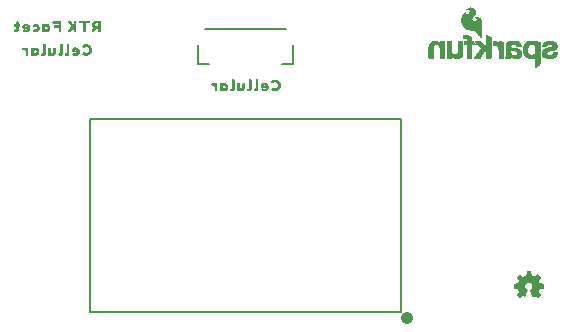
<source format=gbo>
G04 EAGLE Gerber RS-274X export*
G75*
%MOMM*%
%FSLAX34Y34*%
%LPD*%
%INSilkscreen Bottom*%
%IPPOS*%
%AMOC8*
5,1,8,0,0,1.08239X$1,22.5*%
G01*
%ADD10C,0.152400*%
%ADD11C,0.203200*%
%ADD12C,1.000000*%

G36*
X547686Y39708D02*
X547686Y39708D01*
X547752Y39713D01*
X547770Y39724D01*
X547791Y39729D01*
X547876Y39789D01*
X547900Y39803D01*
X547903Y39808D01*
X547908Y39812D01*
X550108Y42112D01*
X550116Y42125D01*
X550129Y42135D01*
X550160Y42199D01*
X550196Y42261D01*
X550197Y42277D01*
X550204Y42291D01*
X550203Y42362D01*
X550209Y42433D01*
X550203Y42448D01*
X550202Y42464D01*
X550145Y42589D01*
X550143Y42593D01*
X550143Y42594D01*
X548275Y45209D01*
X548277Y45220D01*
X548286Y45233D01*
X548297Y45291D01*
X548306Y45312D01*
X548306Y45334D01*
X548312Y45367D01*
X548313Y45372D01*
X548313Y45373D01*
X548313Y45374D01*
X548313Y45384D01*
X548346Y45449D01*
X548402Y45506D01*
X548413Y45524D01*
X548425Y45533D01*
X548433Y45552D01*
X548473Y45604D01*
X548546Y45749D01*
X548602Y45806D01*
X548642Y45870D01*
X548686Y45933D01*
X548688Y45945D01*
X548693Y45953D01*
X548697Y45988D01*
X548713Y46074D01*
X548713Y46123D01*
X548742Y46170D01*
X548786Y46233D01*
X548788Y46245D01*
X548793Y46253D01*
X548797Y46288D01*
X548813Y46374D01*
X548813Y46484D01*
X548846Y46549D01*
X548902Y46606D01*
X548942Y46670D01*
X548986Y46733D01*
X548988Y46745D01*
X548993Y46753D01*
X548997Y46788D01*
X549003Y46821D01*
X549006Y46829D01*
X549006Y46837D01*
X549013Y46874D01*
X549013Y46923D01*
X549042Y46970D01*
X549086Y47033D01*
X549088Y47045D01*
X549093Y47053D01*
X549097Y47088D01*
X549113Y47174D01*
X549113Y47284D01*
X549142Y47342D01*
X552398Y47900D01*
X552416Y47907D01*
X552435Y47908D01*
X552495Y47941D01*
X552557Y47967D01*
X552570Y47982D01*
X552587Y47991D01*
X552626Y48047D01*
X552670Y48098D01*
X552675Y48117D01*
X552686Y48133D01*
X552708Y48244D01*
X552713Y48266D01*
X552712Y48270D01*
X552713Y48274D01*
X552713Y51474D01*
X552709Y51493D01*
X552711Y51512D01*
X552700Y51546D01*
X552699Y51553D01*
X552694Y51563D01*
X552689Y51576D01*
X552674Y51642D01*
X552661Y51657D01*
X552655Y51675D01*
X552607Y51723D01*
X552564Y51776D01*
X552546Y51783D01*
X552532Y51797D01*
X552426Y51837D01*
X552406Y51846D01*
X552402Y51846D01*
X552398Y51848D01*
X549186Y52398D01*
X549175Y52437D01*
X549174Y52442D01*
X549173Y52443D01*
X549113Y52563D01*
X549113Y52574D01*
X549110Y52589D01*
X549112Y52605D01*
X549092Y52675D01*
X549092Y52690D01*
X549084Y52704D01*
X549075Y52737D01*
X549074Y52742D01*
X549073Y52743D01*
X549013Y52863D01*
X549013Y52874D01*
X549010Y52889D01*
X549012Y52905D01*
X548975Y53037D01*
X548974Y53042D01*
X548973Y53043D01*
X548813Y53363D01*
X548813Y53374D01*
X548810Y53389D01*
X548812Y53405D01*
X548775Y53537D01*
X548774Y53542D01*
X548773Y53543D01*
X548673Y53743D01*
X548650Y53771D01*
X548613Y53825D01*
X548613Y53874D01*
X548596Y53948D01*
X548582Y54023D01*
X548576Y54033D01*
X548574Y54042D01*
X548551Y54070D01*
X548502Y54142D01*
X548446Y54198D01*
X548373Y54343D01*
X548350Y54371D01*
X548313Y54425D01*
X548313Y54474D01*
X548296Y54548D01*
X548292Y54570D01*
X550146Y57258D01*
X550152Y57274D01*
X550164Y57287D01*
X550184Y57354D01*
X550209Y57419D01*
X550208Y57437D01*
X550213Y57453D01*
X550200Y57522D01*
X550194Y57592D01*
X550185Y57606D01*
X550182Y57623D01*
X550111Y57729D01*
X550104Y57740D01*
X550103Y57740D01*
X550102Y57742D01*
X547902Y59942D01*
X547888Y59951D01*
X547877Y59965D01*
X547815Y59996D01*
X547755Y60033D01*
X547738Y60035D01*
X547723Y60042D01*
X547653Y60043D01*
X547583Y60049D01*
X547567Y60043D01*
X547550Y60043D01*
X547432Y59992D01*
X547421Y59988D01*
X547420Y59987D01*
X547419Y59986D01*
X544720Y58124D01*
X544702Y58142D01*
X544637Y58182D01*
X544575Y58226D01*
X544563Y58228D01*
X544555Y58233D01*
X544520Y58236D01*
X544434Y58253D01*
X544384Y58253D01*
X544372Y58261D01*
X544304Y58313D01*
X544159Y58385D01*
X544102Y58442D01*
X544037Y58482D01*
X543975Y58526D01*
X543963Y58528D01*
X543955Y58533D01*
X543920Y58536D01*
X543834Y58553D01*
X543784Y58553D01*
X543772Y58561D01*
X543704Y58613D01*
X543504Y58713D01*
X543488Y58717D01*
X543475Y58726D01*
X543341Y58752D01*
X543335Y58753D01*
X543334Y58753D01*
X543324Y58753D01*
X543204Y58813D01*
X543188Y58817D01*
X543175Y58826D01*
X543041Y58852D01*
X543035Y58853D01*
X543034Y58853D01*
X542984Y58853D01*
X542937Y58882D01*
X542875Y58926D01*
X542863Y58928D01*
X542855Y58933D01*
X542820Y58936D01*
X542734Y58953D01*
X542624Y58953D01*
X542566Y58982D01*
X542008Y62238D01*
X542000Y62256D01*
X541999Y62275D01*
X541967Y62334D01*
X541940Y62397D01*
X541926Y62410D01*
X541916Y62427D01*
X541861Y62466D01*
X541809Y62510D01*
X541790Y62515D01*
X541775Y62526D01*
X541664Y62547D01*
X541642Y62553D01*
X541638Y62552D01*
X541634Y62553D01*
X538434Y62553D01*
X538415Y62549D01*
X538396Y62551D01*
X538332Y62529D01*
X538266Y62513D01*
X538251Y62501D01*
X538232Y62495D01*
X538185Y62447D01*
X538132Y62403D01*
X538124Y62386D01*
X538111Y62372D01*
X538071Y62266D01*
X538062Y62245D01*
X538062Y62242D01*
X538060Y62238D01*
X537510Y59026D01*
X537471Y59015D01*
X537466Y59013D01*
X537465Y59013D01*
X537464Y59013D01*
X537344Y58953D01*
X537334Y58953D01*
X537318Y58949D01*
X537302Y58952D01*
X537171Y58915D01*
X537166Y58913D01*
X537165Y58913D01*
X537164Y58913D01*
X537044Y58853D01*
X537034Y58853D01*
X537018Y58849D01*
X537002Y58852D01*
X536871Y58815D01*
X536866Y58813D01*
X536865Y58813D01*
X536864Y58813D01*
X536744Y58753D01*
X536634Y58753D01*
X536560Y58736D01*
X536484Y58722D01*
X536475Y58716D01*
X536466Y58713D01*
X536438Y58691D01*
X536366Y58642D01*
X536309Y58585D01*
X536244Y58553D01*
X536234Y58553D01*
X536218Y58549D01*
X536202Y58552D01*
X536071Y58515D01*
X536066Y58513D01*
X536065Y58513D01*
X536064Y58513D01*
X535864Y58413D01*
X535837Y58390D01*
X535766Y58342D01*
X535709Y58285D01*
X535644Y58253D01*
X535634Y58253D01*
X535618Y58249D01*
X535602Y58252D01*
X535471Y58215D01*
X535466Y58213D01*
X535465Y58213D01*
X535464Y58213D01*
X535323Y58142D01*
X532649Y59986D01*
X532637Y59991D01*
X532628Y60000D01*
X532557Y60022D01*
X532488Y60049D01*
X532475Y60048D01*
X532463Y60052D01*
X532390Y60040D01*
X532316Y60034D01*
X532305Y60027D01*
X532292Y60025D01*
X532172Y59948D01*
X529872Y57748D01*
X529858Y57726D01*
X529838Y57710D01*
X529811Y57654D01*
X529777Y57603D01*
X529774Y57577D01*
X529763Y57554D01*
X529764Y57492D01*
X529757Y57431D01*
X529766Y57407D01*
X529766Y57381D01*
X529804Y57301D01*
X529815Y57268D01*
X529822Y57262D01*
X529827Y57251D01*
X531762Y54578D01*
X531722Y54498D01*
X531666Y54442D01*
X531626Y54377D01*
X531582Y54314D01*
X531580Y54303D01*
X531575Y54295D01*
X531571Y54260D01*
X531555Y54174D01*
X531555Y54124D01*
X531547Y54111D01*
X531495Y54043D01*
X531422Y53898D01*
X531366Y53842D01*
X531326Y53777D01*
X531282Y53714D01*
X531280Y53703D01*
X531275Y53695D01*
X531271Y53660D01*
X531255Y53574D01*
X531255Y53524D01*
X531226Y53477D01*
X531182Y53414D01*
X531180Y53403D01*
X531175Y53395D01*
X531171Y53360D01*
X531155Y53274D01*
X531155Y53163D01*
X531122Y53098D01*
X531066Y53042D01*
X531026Y52977D01*
X530982Y52914D01*
X530980Y52903D01*
X530975Y52895D01*
X530971Y52860D01*
X530955Y52774D01*
X530955Y52724D01*
X530926Y52677D01*
X530882Y52614D01*
X530880Y52603D01*
X530875Y52595D01*
X530871Y52560D01*
X530855Y52474D01*
X530855Y52395D01*
X527572Y51848D01*
X527553Y51840D01*
X527533Y51839D01*
X527474Y51807D01*
X527412Y51781D01*
X527399Y51766D01*
X527381Y51756D01*
X527343Y51701D01*
X527299Y51651D01*
X527293Y51631D01*
X527282Y51614D01*
X527266Y51533D01*
X527262Y51523D01*
X527262Y51512D01*
X527261Y51508D01*
X527255Y51483D01*
X527256Y51479D01*
X527255Y51474D01*
X527255Y48274D01*
X527259Y48255D01*
X527257Y48236D01*
X527279Y48171D01*
X527294Y48105D01*
X527307Y48090D01*
X527313Y48072D01*
X527361Y48024D01*
X527404Y47972D01*
X527422Y47964D01*
X527436Y47950D01*
X527542Y47910D01*
X527562Y47901D01*
X527566Y47901D01*
X527570Y47900D01*
X530858Y47336D01*
X530893Y47211D01*
X530894Y47205D01*
X530895Y47205D01*
X530895Y47204D01*
X530955Y47084D01*
X530955Y47074D01*
X530958Y47058D01*
X530956Y47042D01*
X530993Y46911D01*
X530994Y46905D01*
X530995Y46905D01*
X530995Y46904D01*
X531055Y46784D01*
X531055Y46774D01*
X531058Y46758D01*
X531056Y46742D01*
X531093Y46611D01*
X531094Y46605D01*
X531095Y46605D01*
X531095Y46604D01*
X531255Y46284D01*
X531255Y46274D01*
X531258Y46258D01*
X531256Y46242D01*
X531293Y46111D01*
X531294Y46105D01*
X531295Y46105D01*
X531295Y46104D01*
X531395Y45904D01*
X531418Y45876D01*
X531466Y45806D01*
X531522Y45749D01*
X531555Y45684D01*
X531555Y45674D01*
X531558Y45658D01*
X531556Y45642D01*
X531593Y45511D01*
X531594Y45505D01*
X531595Y45505D01*
X531595Y45504D01*
X531695Y45304D01*
X531718Y45276D01*
X531766Y45206D01*
X531776Y45195D01*
X529831Y42601D01*
X529821Y42579D01*
X529804Y42560D01*
X529786Y42500D01*
X529761Y42443D01*
X529762Y42418D01*
X529755Y42394D01*
X529766Y42333D01*
X529769Y42270D01*
X529781Y42248D01*
X529786Y42224D01*
X529837Y42149D01*
X529853Y42119D01*
X529860Y42114D01*
X529866Y42106D01*
X532166Y39806D01*
X532180Y39797D01*
X532191Y39783D01*
X532253Y39751D01*
X532313Y39714D01*
X532330Y39713D01*
X532345Y39705D01*
X532416Y39705D01*
X532485Y39698D01*
X532501Y39704D01*
X532518Y39704D01*
X532636Y39756D01*
X532647Y39760D01*
X532648Y39761D01*
X532649Y39761D01*
X535348Y41623D01*
X535366Y41606D01*
X535431Y41565D01*
X535493Y41521D01*
X535505Y41519D01*
X535513Y41514D01*
X535548Y41511D01*
X535563Y41508D01*
X535566Y41506D01*
X535631Y41465D01*
X535693Y41421D01*
X535705Y41419D01*
X535713Y41414D01*
X535748Y41411D01*
X535834Y41394D01*
X535884Y41394D01*
X535931Y41365D01*
X535993Y41321D01*
X536005Y41319D01*
X536013Y41314D01*
X536048Y41311D01*
X536063Y41308D01*
X536066Y41306D01*
X536131Y41265D01*
X536193Y41221D01*
X536205Y41219D01*
X536213Y41214D01*
X536248Y41211D01*
X536263Y41208D01*
X536266Y41206D01*
X536331Y41165D01*
X536393Y41121D01*
X536405Y41119D01*
X536413Y41114D01*
X536448Y41111D01*
X536477Y41105D01*
X536504Y41072D01*
X536523Y41064D01*
X536538Y41049D01*
X536601Y41029D01*
X536662Y41001D01*
X536683Y41002D01*
X536702Y40996D01*
X536768Y41006D01*
X536835Y41008D01*
X536853Y41018D01*
X536873Y41021D01*
X536928Y41059D01*
X536987Y41091D01*
X536999Y41108D01*
X537015Y41120D01*
X537072Y41212D01*
X537086Y41233D01*
X537087Y41238D01*
X537090Y41242D01*
X539090Y46642D01*
X539094Y46673D01*
X539106Y46701D01*
X539104Y46757D01*
X539111Y46814D01*
X539101Y46843D01*
X539100Y46874D01*
X539073Y46924D01*
X539054Y46977D01*
X539032Y46999D01*
X539017Y47026D01*
X538957Y47072D01*
X538930Y47098D01*
X538917Y47102D01*
X538904Y47113D01*
X538359Y47385D01*
X538202Y47542D01*
X538172Y47561D01*
X538104Y47613D01*
X537959Y47685D01*
X537646Y47998D01*
X537573Y48143D01*
X537550Y48171D01*
X537502Y48242D01*
X537346Y48398D01*
X537285Y48519D01*
X537194Y48794D01*
X537182Y48813D01*
X537173Y48843D01*
X537113Y48963D01*
X537113Y49074D01*
X537105Y49109D01*
X537094Y49194D01*
X537013Y49435D01*
X537013Y50212D01*
X537094Y50454D01*
X537097Y50490D01*
X537113Y50574D01*
X537113Y50759D01*
X537250Y50963D01*
X537263Y50998D01*
X537294Y51054D01*
X537378Y51306D01*
X537729Y51832D01*
X538076Y52179D01*
X538602Y52530D01*
X538854Y52614D01*
X538872Y52625D01*
X538886Y52628D01*
X538899Y52639D01*
X538944Y52658D01*
X539149Y52794D01*
X539334Y52794D01*
X539369Y52803D01*
X539454Y52814D01*
X539696Y52894D01*
X540287Y52894D01*
X540642Y52806D01*
X540678Y52805D01*
X540734Y52794D01*
X540919Y52794D01*
X541124Y52658D01*
X541159Y52645D01*
X541208Y52617D01*
X541210Y52616D01*
X541211Y52616D01*
X541214Y52614D01*
X541466Y52530D01*
X541693Y52379D01*
X541866Y52206D01*
X541892Y52189D01*
X541924Y52158D01*
X542193Y51979D01*
X542339Y51832D01*
X542690Y51306D01*
X543055Y50212D01*
X543055Y49735D01*
X542974Y49494D01*
X542971Y49458D01*
X542955Y49374D01*
X542955Y49163D01*
X542795Y48843D01*
X542789Y48821D01*
X542774Y48794D01*
X542683Y48519D01*
X542522Y48198D01*
X542366Y48042D01*
X542347Y48011D01*
X542295Y47943D01*
X542222Y47798D01*
X542109Y47685D01*
X541964Y47613D01*
X541937Y47590D01*
X541866Y47542D01*
X541709Y47385D01*
X541388Y47225D01*
X541114Y47133D01*
X541065Y47103D01*
X541012Y47081D01*
X540992Y47059D01*
X540967Y47043D01*
X540936Y46994D01*
X540899Y46951D01*
X540891Y46922D01*
X540875Y46896D01*
X540869Y46839D01*
X540855Y46783D01*
X540861Y46749D01*
X540858Y46724D01*
X540870Y46692D01*
X540878Y46642D01*
X542878Y41242D01*
X542904Y41204D01*
X542920Y41161D01*
X542951Y41133D01*
X542974Y41098D01*
X543014Y41075D01*
X543047Y41044D01*
X543087Y41032D01*
X543124Y41011D01*
X543169Y41008D01*
X543213Y40995D01*
X543254Y41002D01*
X543296Y41000D01*
X543339Y41017D01*
X543384Y41025D01*
X543425Y41053D01*
X543456Y41066D01*
X543473Y41086D01*
X543486Y41094D01*
X543534Y41094D01*
X543608Y41112D01*
X543684Y41125D01*
X543693Y41132D01*
X543702Y41134D01*
X543730Y41157D01*
X543802Y41206D01*
X543809Y41212D01*
X543884Y41225D01*
X543893Y41232D01*
X543902Y41234D01*
X543930Y41257D01*
X544002Y41306D01*
X544009Y41312D01*
X544084Y41325D01*
X544093Y41332D01*
X544102Y41334D01*
X544130Y41357D01*
X544202Y41406D01*
X544209Y41412D01*
X544284Y41425D01*
X544293Y41432D01*
X544302Y41434D01*
X544330Y41457D01*
X544402Y41506D01*
X544409Y41512D01*
X544484Y41525D01*
X544493Y41532D01*
X544502Y41534D01*
X544530Y41557D01*
X544602Y41606D01*
X544609Y41612D01*
X544684Y41625D01*
X544693Y41632D01*
X544702Y41634D01*
X544703Y41634D01*
X547419Y39761D01*
X547439Y39754D01*
X547455Y39740D01*
X547518Y39722D01*
X547580Y39698D01*
X547601Y39700D01*
X547622Y39695D01*
X547686Y39708D01*
G37*
G36*
X500140Y259891D02*
X500140Y259891D01*
X500191Y259893D01*
X500223Y259911D01*
X500259Y259919D01*
X500298Y259952D01*
X500343Y259976D01*
X500364Y260006D01*
X500392Y260029D01*
X500413Y260076D01*
X500443Y260118D01*
X500451Y260160D01*
X500463Y260188D01*
X500462Y260218D01*
X500470Y260260D01*
X500470Y273060D01*
X500466Y273078D01*
X500468Y273102D01*
X500268Y274902D01*
X500257Y274933D01*
X500251Y274980D01*
X500051Y275580D01*
X500038Y275600D01*
X500030Y275630D01*
X499730Y276230D01*
X499722Y276240D01*
X499716Y276256D01*
X499416Y276756D01*
X499402Y276770D01*
X499393Y276789D01*
X499316Y276859D01*
X499295Y276880D01*
X499290Y276882D01*
X499286Y276886D01*
X498802Y277176D01*
X498418Y277464D01*
X498383Y277479D01*
X498331Y277513D01*
X497331Y277913D01*
X497298Y277918D01*
X497253Y277935D01*
X496653Y278035D01*
X496626Y278033D01*
X496590Y278040D01*
X495790Y278040D01*
X495754Y278032D01*
X495698Y278029D01*
X495343Y277940D01*
X495190Y277940D01*
X495175Y277937D01*
X495160Y277939D01*
X495028Y277902D01*
X495021Y277901D01*
X495021Y277900D01*
X495020Y277900D01*
X494820Y277800D01*
X494801Y277784D01*
X494777Y277775D01*
X494735Y277729D01*
X494687Y277689D01*
X494677Y277667D01*
X494660Y277648D01*
X494642Y277588D01*
X494616Y277531D01*
X494618Y277506D01*
X494610Y277482D01*
X494621Y277420D01*
X494624Y277358D01*
X494636Y277336D01*
X494640Y277311D01*
X494689Y277238D01*
X494707Y277206D01*
X494715Y277201D01*
X494721Y277191D01*
X494821Y277091D01*
X494853Y277071D01*
X494920Y277020D01*
X495320Y276820D01*
X495343Y276814D01*
X495370Y276799D01*
X495585Y276728D01*
X495895Y276418D01*
X496045Y276192D01*
X496110Y275998D01*
X496110Y275822D01*
X496038Y275606D01*
X495878Y275285D01*
X495648Y275056D01*
X495412Y274898D01*
X494981Y274726D01*
X494552Y274640D01*
X493837Y274640D01*
X493146Y274813D01*
X492650Y275144D01*
X492329Y275545D01*
X492170Y276022D01*
X492170Y276582D01*
X492416Y277155D01*
X493076Y277909D01*
X493874Y278807D01*
X493875Y278809D01*
X493876Y278810D01*
X494576Y279610D01*
X494592Y279639D01*
X494622Y279675D01*
X495122Y280575D01*
X495133Y280613D01*
X495161Y280678D01*
X495361Y281578D01*
X495361Y281611D01*
X495370Y281660D01*
X495370Y282460D01*
X495362Y282497D01*
X495351Y282580D01*
X495051Y283480D01*
X495030Y283514D01*
X494999Y283581D01*
X494499Y284281D01*
X494473Y284304D01*
X494443Y284344D01*
X493543Y285144D01*
X493512Y285161D01*
X493472Y285194D01*
X492372Y285794D01*
X492336Y285804D01*
X492258Y285834D01*
X491158Y286034D01*
X491129Y286033D01*
X491090Y286040D01*
X490090Y286040D01*
X490053Y286032D01*
X489970Y286021D01*
X489070Y285721D01*
X489064Y285717D01*
X489057Y285716D01*
X488257Y285416D01*
X488242Y285406D01*
X488220Y285400D01*
X488054Y285317D01*
X487620Y285100D01*
X487598Y285082D01*
X487562Y285064D01*
X487162Y284764D01*
X487147Y284746D01*
X487121Y284729D01*
X487021Y284629D01*
X487008Y284607D01*
X486988Y284591D01*
X486962Y284534D01*
X486930Y284482D01*
X486927Y284456D01*
X486917Y284432D01*
X486919Y284371D01*
X486913Y284309D01*
X486922Y284285D01*
X486923Y284259D01*
X486953Y284205D01*
X486975Y284147D01*
X486994Y284130D01*
X487006Y284107D01*
X487057Y284072D01*
X487102Y284030D01*
X487127Y284022D01*
X487148Y284007D01*
X487232Y283991D01*
X487268Y283980D01*
X487278Y283982D01*
X487290Y283980D01*
X487590Y283980D01*
X487627Y283988D01*
X487710Y283999D01*
X487952Y284080D01*
X488143Y284080D01*
X488498Y283991D01*
X488506Y283991D01*
X488515Y283987D01*
X488966Y283897D01*
X489289Y283735D01*
X489610Y283495D01*
X489745Y283292D01*
X489829Y283040D01*
X489842Y283020D01*
X489850Y282990D01*
X489938Y282814D01*
X489989Y282660D01*
X489929Y282480D01*
X489928Y282467D01*
X489921Y282452D01*
X489837Y282116D01*
X489674Y281871D01*
X489666Y281851D01*
X489650Y281830D01*
X489478Y281485D01*
X489248Y281256D01*
X488979Y281076D01*
X488972Y281069D01*
X488962Y281064D01*
X488570Y280771D01*
X488299Y280590D01*
X487867Y280374D01*
X487600Y280240D01*
X487052Y280240D01*
X486859Y280305D01*
X486710Y280404D01*
X486570Y280822D01*
X486570Y281560D01*
X486558Y281610D01*
X486558Y281631D01*
X486557Y281655D01*
X486556Y281662D01*
X486539Y281694D01*
X486531Y281729D01*
X486498Y281769D01*
X486473Y281814D01*
X486443Y281835D01*
X486421Y281862D01*
X486373Y281884D01*
X486331Y281913D01*
X486295Y281919D01*
X486262Y281933D01*
X486211Y281931D01*
X486160Y281939D01*
X486119Y281928D01*
X486089Y281927D01*
X486062Y281912D01*
X486020Y281900D01*
X486009Y281895D01*
X485249Y281515D01*
X485220Y281500D01*
X485216Y281497D01*
X485106Y281413D01*
X484306Y280513D01*
X484291Y280485D01*
X484262Y280452D01*
X483562Y279252D01*
X483553Y279223D01*
X483532Y279188D01*
X483032Y277788D01*
X483029Y277762D01*
X483016Y277730D01*
X482716Y276130D01*
X482718Y276094D01*
X482710Y276039D01*
X482810Y274239D01*
X482820Y274207D01*
X482824Y274158D01*
X483324Y272358D01*
X483341Y272327D01*
X483358Y272275D01*
X484358Y270475D01*
X484375Y270457D01*
X484390Y270427D01*
X485090Y269527D01*
X485097Y269521D01*
X485101Y269513D01*
X485111Y269507D01*
X485121Y269491D01*
X485921Y268691D01*
X485931Y268685D01*
X485940Y268674D01*
X486740Y267974D01*
X486765Y267960D01*
X486794Y267934D01*
X487794Y267334D01*
X487819Y267326D01*
X487849Y267307D01*
X488849Y266907D01*
X488868Y266904D01*
X488890Y266893D01*
X489990Y266593D01*
X490007Y266593D01*
X490028Y266585D01*
X491228Y266385D01*
X491254Y266387D01*
X491290Y266380D01*
X493159Y266380D01*
X493656Y266297D01*
X494072Y266047D01*
X495022Y265287D01*
X495498Y264717D01*
X495510Y264707D01*
X495521Y264691D01*
X496799Y263414D01*
X497281Y262739D01*
X497301Y262721D01*
X497321Y262691D01*
X497909Y262103D01*
X498398Y261517D01*
X498410Y261507D01*
X498421Y261491D01*
X498902Y261010D01*
X499186Y260632D01*
X499204Y260617D01*
X499221Y260591D01*
X499495Y260318D01*
X499674Y260049D01*
X499693Y260031D01*
X499706Y260007D01*
X499756Y259972D01*
X499800Y259931D01*
X499826Y259923D01*
X499848Y259907D01*
X499929Y259892D01*
X499966Y259881D01*
X499977Y259882D01*
X499990Y259880D01*
X500090Y259880D01*
X500140Y259891D01*
G37*
G36*
X545829Y234391D02*
X545829Y234391D01*
X545891Y234393D01*
X545913Y234406D01*
X545939Y234410D01*
X546010Y234458D01*
X546043Y234476D01*
X546049Y234484D01*
X546059Y234491D01*
X546944Y235376D01*
X548428Y236563D01*
X548439Y236578D01*
X548459Y236591D01*
X549344Y237476D01*
X549828Y237863D01*
X549834Y237871D01*
X549843Y237876D01*
X549887Y237939D01*
X549935Y237999D01*
X549937Y238009D01*
X549943Y238018D01*
X549958Y238099D01*
X549963Y238110D01*
X549963Y238122D01*
X549970Y238160D01*
X549970Y256660D01*
X549969Y256664D01*
X549970Y256669D01*
X549950Y256749D01*
X549931Y256829D01*
X549928Y256832D01*
X549927Y256837D01*
X549873Y256899D01*
X549821Y256962D01*
X549816Y256964D01*
X549814Y256968D01*
X549682Y257029D01*
X549282Y257129D01*
X549274Y257129D01*
X549265Y257133D01*
X548765Y257233D01*
X548733Y257232D01*
X548690Y257240D01*
X548237Y257240D01*
X547882Y257329D01*
X547874Y257329D01*
X547865Y257333D01*
X547373Y257431D01*
X546982Y257529D01*
X546974Y257529D01*
X546965Y257533D01*
X545965Y257733D01*
X545963Y257733D01*
X545962Y257733D01*
X545878Y257730D01*
X545791Y257727D01*
X545790Y257727D01*
X545789Y257727D01*
X545715Y257686D01*
X545639Y257645D01*
X545638Y257644D01*
X545637Y257644D01*
X545589Y257575D01*
X545538Y257504D01*
X545538Y257503D01*
X545537Y257502D01*
X545510Y257360D01*
X545510Y256578D01*
X545359Y256729D01*
X545343Y256739D01*
X545328Y256757D01*
X544828Y257157D01*
X544807Y257167D01*
X544786Y257186D01*
X543786Y257786D01*
X543773Y257790D01*
X543653Y257835D01*
X542453Y258035D01*
X542426Y258033D01*
X542390Y258040D01*
X541690Y258040D01*
X541679Y258038D01*
X541665Y258039D01*
X540165Y257939D01*
X540128Y257928D01*
X540062Y257918D01*
X538662Y257418D01*
X538633Y257399D01*
X538586Y257381D01*
X537486Y256681D01*
X537459Y256653D01*
X537407Y256614D01*
X536507Y255614D01*
X536494Y255591D01*
X536469Y255564D01*
X535769Y254464D01*
X535757Y254428D01*
X535727Y254372D01*
X535327Y253072D01*
X535326Y253057D01*
X535318Y253040D01*
X535018Y251640D01*
X535019Y251616D01*
X535011Y251585D01*
X534911Y250085D01*
X534914Y250063D01*
X534911Y250033D01*
X535011Y248633D01*
X535018Y248609D01*
X535020Y248575D01*
X535320Y247275D01*
X535332Y247250D01*
X535339Y247214D01*
X535839Y246014D01*
X535849Y245999D01*
X535856Y245978D01*
X536456Y244878D01*
X536482Y244849D01*
X536521Y244791D01*
X537421Y243891D01*
X537443Y243878D01*
X537466Y243852D01*
X538566Y243052D01*
X538602Y243037D01*
X538670Y242999D01*
X539870Y242599D01*
X539900Y242596D01*
X539940Y242583D01*
X541440Y242383D01*
X541479Y242387D01*
X541553Y242385D01*
X543353Y242685D01*
X543389Y242700D01*
X543460Y242720D01*
X543590Y242785D01*
X544060Y243020D01*
X544070Y243028D01*
X544086Y243034D01*
X545086Y243634D01*
X545106Y243654D01*
X545187Y243722D01*
X545410Y244001D01*
X545410Y234760D01*
X545416Y234735D01*
X545413Y234709D01*
X545435Y234652D01*
X545449Y234591D01*
X545466Y234571D01*
X545475Y234547D01*
X545520Y234505D01*
X545559Y234458D01*
X545583Y234447D01*
X545602Y234430D01*
X545661Y234412D01*
X545718Y234387D01*
X545743Y234388D01*
X545768Y234380D01*
X545829Y234391D01*
G37*
G36*
X529820Y242387D02*
X529820Y242387D01*
X529865Y242387D01*
X530328Y242480D01*
X530790Y242480D01*
X530826Y242488D01*
X530882Y242491D01*
X531282Y242591D01*
X531302Y242601D01*
X531331Y242607D01*
X531831Y242807D01*
X531843Y242815D01*
X531860Y242820D01*
X532260Y243020D01*
X532276Y243033D01*
X532301Y243044D01*
X532581Y243231D01*
X532960Y243420D01*
X532989Y243444D01*
X533059Y243491D01*
X533359Y243791D01*
X533375Y243818D01*
X533406Y243849D01*
X533601Y244140D01*
X533894Y244532D01*
X533898Y244541D01*
X533906Y244549D01*
X534106Y244849D01*
X534107Y244850D01*
X534108Y244851D01*
X534163Y244985D01*
X534253Y245436D01*
X534430Y245790D01*
X534434Y245805D01*
X534443Y245818D01*
X534469Y245952D01*
X534470Y245959D01*
X534470Y245960D01*
X534470Y246422D01*
X534563Y246885D01*
X534563Y246895D01*
X534564Y247028D01*
X534364Y248128D01*
X534355Y248150D01*
X534351Y248180D01*
X534051Y249080D01*
X534034Y249107D01*
X534020Y249149D01*
X533620Y249849D01*
X533597Y249873D01*
X533537Y249949D01*
X532837Y250549D01*
X532811Y250563D01*
X532779Y250590D01*
X532079Y250990D01*
X532053Y250998D01*
X532024Y251016D01*
X531224Y251316D01*
X531205Y251319D01*
X531182Y251329D01*
X530382Y251529D01*
X530360Y251529D01*
X530332Y251538D01*
X529432Y251638D01*
X527638Y251837D01*
X526969Y251933D01*
X526303Y252123D01*
X525750Y252308D01*
X525350Y252548D01*
X525170Y252787D01*
X525170Y253670D01*
X525403Y254135D01*
X525459Y254191D01*
X525479Y254223D01*
X525530Y254290D01*
X525573Y254377D01*
X525980Y254580D01*
X526090Y254580D01*
X526105Y254583D01*
X526120Y254581D01*
X526252Y254618D01*
X526259Y254619D01*
X526259Y254620D01*
X526260Y254620D01*
X526380Y254680D01*
X528000Y254680D01*
X528865Y254248D01*
X529178Y253935D01*
X529238Y253814D01*
X529329Y253540D01*
X529342Y253520D01*
X529350Y253490D01*
X529410Y253370D01*
X529410Y252960D01*
X529421Y252910D01*
X529423Y252859D01*
X529441Y252827D01*
X529449Y252791D01*
X529482Y252752D01*
X529506Y252707D01*
X529536Y252686D01*
X529559Y252658D01*
X529606Y252637D01*
X529648Y252607D01*
X529690Y252599D01*
X529718Y252587D01*
X529748Y252588D01*
X529790Y252580D01*
X533690Y252580D01*
X533770Y252598D01*
X533850Y252615D01*
X533854Y252618D01*
X533859Y252619D01*
X533922Y252672D01*
X533986Y252722D01*
X533988Y252726D01*
X533992Y252729D01*
X534026Y252804D01*
X534061Y252878D01*
X534061Y252883D01*
X534063Y252888D01*
X534062Y252915D01*
X534065Y253023D01*
X533865Y254223D01*
X533855Y254246D01*
X533855Y254248D01*
X533854Y254268D01*
X533852Y254273D01*
X533851Y254280D01*
X533651Y254880D01*
X533631Y254912D01*
X533594Y254988D01*
X533306Y255372D01*
X533016Y255856D01*
X533004Y255868D01*
X532994Y255888D01*
X532694Y256288D01*
X532669Y256309D01*
X532662Y256322D01*
X532647Y256333D01*
X532618Y256364D01*
X532218Y256664D01*
X532202Y256671D01*
X532186Y256686D01*
X531186Y257286D01*
X531161Y257294D01*
X531131Y257313D01*
X530631Y257513D01*
X530602Y257517D01*
X530565Y257533D01*
X530088Y257628D01*
X529510Y257821D01*
X529485Y257823D01*
X529453Y257835D01*
X528859Y257934D01*
X528365Y258033D01*
X528333Y258032D01*
X528290Y258040D01*
X525990Y258040D01*
X525960Y258033D01*
X525915Y258033D01*
X525452Y257940D01*
X524890Y257940D01*
X524860Y257933D01*
X524815Y257933D01*
X524315Y257833D01*
X524289Y257821D01*
X524249Y257813D01*
X523781Y257626D01*
X523315Y257533D01*
X523289Y257521D01*
X523249Y257513D01*
X522749Y257313D01*
X522718Y257291D01*
X522662Y257264D01*
X521462Y256364D01*
X521437Y256334D01*
X521386Y256288D01*
X521086Y255888D01*
X521074Y255862D01*
X521050Y255830D01*
X520850Y255430D01*
X520847Y255416D01*
X520837Y255401D01*
X520637Y254901D01*
X520633Y254872D01*
X520617Y254835D01*
X520517Y254335D01*
X520518Y254303D01*
X520510Y254260D01*
X520510Y245650D01*
X520450Y245530D01*
X520446Y245515D01*
X520437Y245502D01*
X520411Y245368D01*
X520410Y245362D01*
X520410Y245361D01*
X520410Y245360D01*
X520410Y244550D01*
X520350Y244430D01*
X520346Y244415D01*
X520337Y244402D01*
X520328Y244356D01*
X520327Y244353D01*
X520327Y244351D01*
X520311Y244268D01*
X520310Y244262D01*
X520310Y244261D01*
X520310Y244260D01*
X520310Y244150D01*
X520250Y244030D01*
X520246Y244015D01*
X520237Y244002D01*
X520211Y243868D01*
X520210Y243862D01*
X520210Y243861D01*
X520210Y243860D01*
X520210Y243650D01*
X520178Y243585D01*
X520121Y243529D01*
X520081Y243464D01*
X520037Y243402D01*
X520035Y243390D01*
X520030Y243382D01*
X520026Y243345D01*
X520010Y243260D01*
X520010Y243160D01*
X520021Y243110D01*
X520023Y243059D01*
X520041Y243027D01*
X520049Y242991D01*
X520082Y242952D01*
X520106Y242907D01*
X520136Y242886D01*
X520159Y242858D01*
X520206Y242837D01*
X520248Y242807D01*
X520290Y242799D01*
X520318Y242787D01*
X520348Y242788D01*
X520390Y242780D01*
X524290Y242780D01*
X524340Y242791D01*
X524391Y242793D01*
X524423Y242811D01*
X524459Y242819D01*
X524498Y242852D01*
X524543Y242876D01*
X524564Y242906D01*
X524592Y242929D01*
X524613Y242976D01*
X524643Y243018D01*
X524651Y243060D01*
X524663Y243088D01*
X524663Y243098D01*
X524699Y243156D01*
X524743Y243218D01*
X524745Y243230D01*
X524750Y243238D01*
X524754Y243275D01*
X524756Y243289D01*
X524759Y243291D01*
X524799Y243356D01*
X524843Y243418D01*
X524845Y243430D01*
X524850Y243438D01*
X524854Y243475D01*
X524870Y243560D01*
X524870Y243709D01*
X524883Y243730D01*
X525021Y243591D01*
X525048Y243575D01*
X525079Y243544D01*
X525379Y243344D01*
X525415Y243330D01*
X525470Y243299D01*
X525722Y243215D01*
X525979Y243044D01*
X526015Y243030D01*
X526070Y242999D01*
X527270Y242599D01*
X527307Y242596D01*
X527390Y242580D01*
X527628Y242580D01*
X527870Y242499D01*
X527907Y242496D01*
X527990Y242480D01*
X528328Y242480D01*
X528570Y242399D01*
X528607Y242396D01*
X528690Y242380D01*
X529790Y242380D01*
X529820Y242387D01*
G37*
G36*
X498822Y242787D02*
X498822Y242787D01*
X498856Y242785D01*
X498906Y242807D01*
X498959Y242819D01*
X498984Y242840D01*
X499015Y242853D01*
X499062Y242905D01*
X499092Y242929D01*
X499099Y242945D01*
X499113Y242960D01*
X502769Y248866D01*
X503810Y247895D01*
X503810Y243160D01*
X503821Y243110D01*
X503823Y243059D01*
X503841Y243027D01*
X503849Y242991D01*
X503882Y242952D01*
X503906Y242907D01*
X503936Y242886D01*
X503959Y242858D01*
X504006Y242837D01*
X504048Y242807D01*
X504090Y242799D01*
X504118Y242787D01*
X504148Y242788D01*
X504190Y242780D01*
X508090Y242780D01*
X508140Y242791D01*
X508191Y242793D01*
X508223Y242811D01*
X508259Y242819D01*
X508298Y242852D01*
X508343Y242876D01*
X508364Y242906D01*
X508392Y242929D01*
X508413Y242976D01*
X508443Y243018D01*
X508451Y243060D01*
X508463Y243088D01*
X508462Y243118D01*
X508470Y243160D01*
X508470Y260560D01*
X508460Y260603D01*
X508460Y260648D01*
X508441Y260687D01*
X508431Y260729D01*
X508402Y260763D01*
X508382Y260803D01*
X508343Y260836D01*
X508321Y260862D01*
X508297Y260873D01*
X508270Y260895D01*
X504370Y262995D01*
X504315Y263010D01*
X504262Y263033D01*
X504232Y263032D01*
X504203Y263040D01*
X504147Y263029D01*
X504089Y263027D01*
X504063Y263012D01*
X504033Y263006D01*
X503988Y262971D01*
X503937Y262944D01*
X503920Y262919D01*
X503896Y262901D01*
X503870Y262849D01*
X503837Y262802D01*
X503831Y262768D01*
X503819Y262745D01*
X503820Y262710D01*
X503810Y262660D01*
X503810Y253205D01*
X499564Y257623D01*
X499497Y257667D01*
X499432Y257713D01*
X499424Y257714D01*
X499419Y257718D01*
X499386Y257722D01*
X499290Y257740D01*
X494690Y257740D01*
X494663Y257734D01*
X494636Y257736D01*
X494580Y257714D01*
X494521Y257701D01*
X494500Y257683D01*
X494474Y257673D01*
X494434Y257629D01*
X494388Y257591D01*
X494376Y257565D01*
X494358Y257545D01*
X494341Y257487D01*
X494317Y257432D01*
X494318Y257405D01*
X494310Y257378D01*
X494321Y257319D01*
X494323Y257259D01*
X494337Y257235D01*
X494342Y257208D01*
X494388Y257141D01*
X494406Y257107D01*
X494416Y257100D01*
X494424Y257089D01*
X499501Y252107D01*
X493772Y243368D01*
X493747Y243299D01*
X493717Y243232D01*
X493717Y243219D01*
X493713Y243206D01*
X493721Y243133D01*
X493723Y243059D01*
X493730Y243047D01*
X493731Y243034D01*
X493771Y242972D01*
X493806Y242907D01*
X493817Y242899D01*
X493825Y242888D01*
X493888Y242850D01*
X493948Y242807D01*
X493963Y242804D01*
X493973Y242798D01*
X494012Y242795D01*
X494090Y242780D01*
X498790Y242780D01*
X498822Y242787D01*
G37*
G36*
X459340Y242791D02*
X459340Y242791D01*
X459391Y242793D01*
X459423Y242811D01*
X459459Y242819D01*
X459498Y242852D01*
X459543Y242876D01*
X459564Y242906D01*
X459592Y242929D01*
X459613Y242976D01*
X459643Y243018D01*
X459651Y243060D01*
X459663Y243088D01*
X459662Y243118D01*
X459670Y243160D01*
X459670Y251136D01*
X459767Y251909D01*
X459866Y252603D01*
X459953Y253126D01*
X460206Y253548D01*
X460450Y253872D01*
X460829Y254100D01*
X461259Y254186D01*
X461798Y254276D01*
X462535Y254184D01*
X463056Y254097D01*
X463436Y253869D01*
X463777Y253442D01*
X464051Y252986D01*
X464318Y252362D01*
X464410Y251539D01*
X464410Y243160D01*
X464421Y243110D01*
X464423Y243059D01*
X464441Y243027D01*
X464449Y242991D01*
X464482Y242952D01*
X464506Y242907D01*
X464536Y242886D01*
X464559Y242858D01*
X464606Y242837D01*
X464648Y242807D01*
X464690Y242799D01*
X464718Y242787D01*
X464748Y242788D01*
X464790Y242780D01*
X468690Y242780D01*
X468740Y242791D01*
X468791Y242793D01*
X468823Y242811D01*
X468859Y242819D01*
X468898Y242852D01*
X468943Y242876D01*
X468964Y242906D01*
X468992Y242929D01*
X469013Y242976D01*
X469043Y243018D01*
X469051Y243060D01*
X469063Y243088D01*
X469062Y243118D01*
X469070Y243160D01*
X469070Y257360D01*
X469059Y257410D01*
X469057Y257461D01*
X469039Y257493D01*
X469031Y257529D01*
X468998Y257568D01*
X468974Y257613D01*
X468944Y257634D01*
X468921Y257662D01*
X468874Y257683D01*
X468832Y257713D01*
X468790Y257721D01*
X468762Y257733D01*
X468732Y257732D01*
X468690Y257740D01*
X464990Y257740D01*
X464940Y257729D01*
X464889Y257727D01*
X464857Y257709D01*
X464821Y257701D01*
X464782Y257668D01*
X464737Y257644D01*
X464716Y257614D01*
X464688Y257591D01*
X464667Y257544D01*
X464637Y257502D01*
X464629Y257460D01*
X464617Y257432D01*
X464618Y257402D01*
X464610Y257360D01*
X464610Y256378D01*
X464359Y256629D01*
X464343Y256639D01*
X464328Y256657D01*
X463828Y257057D01*
X463814Y257063D01*
X463801Y257076D01*
X463201Y257476D01*
X463165Y257490D01*
X463110Y257521D01*
X461910Y257921D01*
X461885Y257923D01*
X461853Y257935D01*
X461253Y258035D01*
X461226Y258033D01*
X461190Y258040D01*
X460590Y258040D01*
X460578Y258037D01*
X460563Y258039D01*
X459163Y257939D01*
X459133Y257930D01*
X459090Y257927D01*
X457990Y257627D01*
X457958Y257610D01*
X457905Y257592D01*
X457005Y257092D01*
X456977Y257066D01*
X456921Y257029D01*
X456221Y256329D01*
X456203Y256299D01*
X456168Y256262D01*
X455668Y255462D01*
X455655Y255425D01*
X455626Y255369D01*
X455326Y254369D01*
X455325Y254350D01*
X455316Y254328D01*
X455116Y253228D01*
X455117Y253211D01*
X455111Y253189D01*
X455011Y251889D01*
X455013Y251876D01*
X455010Y251860D01*
X455010Y243160D01*
X455021Y243110D01*
X455023Y243059D01*
X455041Y243027D01*
X455049Y242991D01*
X455082Y242952D01*
X455106Y242907D01*
X455136Y242886D01*
X455159Y242858D01*
X455206Y242837D01*
X455248Y242807D01*
X455290Y242799D01*
X455318Y242787D01*
X455348Y242788D01*
X455390Y242780D01*
X459290Y242780D01*
X459340Y242791D01*
G37*
G36*
X480317Y242481D02*
X480317Y242481D01*
X480354Y242492D01*
X480420Y242503D01*
X481520Y242903D01*
X481542Y242917D01*
X481575Y242928D01*
X482475Y243428D01*
X482498Y243449D01*
X482537Y243471D01*
X483237Y244071D01*
X483254Y244094D01*
X483322Y244175D01*
X483822Y245075D01*
X483832Y245108D01*
X483854Y245151D01*
X484154Y246151D01*
X484155Y246170D01*
X484164Y246192D01*
X484364Y247292D01*
X484363Y247321D01*
X484370Y247360D01*
X484370Y257360D01*
X484359Y257410D01*
X484357Y257461D01*
X484339Y257493D01*
X484331Y257529D01*
X484298Y257568D01*
X484274Y257613D01*
X484244Y257634D01*
X484221Y257662D01*
X484174Y257683D01*
X484132Y257713D01*
X484090Y257721D01*
X484062Y257733D01*
X484032Y257732D01*
X483990Y257740D01*
X480190Y257740D01*
X480140Y257729D01*
X480089Y257727D01*
X480057Y257709D01*
X480021Y257701D01*
X479982Y257668D01*
X479937Y257644D01*
X479916Y257614D01*
X479888Y257591D01*
X479867Y257544D01*
X479837Y257502D01*
X479829Y257460D01*
X479817Y257432D01*
X479818Y257402D01*
X479810Y257360D01*
X479810Y249384D01*
X479614Y247815D01*
X479530Y247314D01*
X479031Y246648D01*
X478651Y246420D01*
X478221Y246334D01*
X477682Y246244D01*
X476945Y246336D01*
X476424Y246423D01*
X476026Y246662D01*
X475703Y246985D01*
X475435Y247520D01*
X475161Y248160D01*
X475070Y248884D01*
X475070Y257360D01*
X475059Y257410D01*
X475057Y257461D01*
X475039Y257493D01*
X475031Y257529D01*
X474998Y257568D01*
X474974Y257613D01*
X474944Y257634D01*
X474921Y257662D01*
X474874Y257683D01*
X474832Y257713D01*
X474790Y257721D01*
X474762Y257733D01*
X474732Y257732D01*
X474690Y257740D01*
X470790Y257740D01*
X470740Y257729D01*
X470689Y257727D01*
X470657Y257709D01*
X470621Y257701D01*
X470582Y257668D01*
X470537Y257644D01*
X470516Y257614D01*
X470488Y257591D01*
X470467Y257544D01*
X470437Y257502D01*
X470429Y257460D01*
X470417Y257432D01*
X470418Y257402D01*
X470410Y257360D01*
X470410Y243160D01*
X470421Y243110D01*
X470423Y243059D01*
X470441Y243027D01*
X470449Y242991D01*
X470482Y242952D01*
X470506Y242907D01*
X470536Y242886D01*
X470559Y242858D01*
X470606Y242837D01*
X470648Y242807D01*
X470690Y242799D01*
X470718Y242787D01*
X470748Y242788D01*
X470790Y242780D01*
X474490Y242780D01*
X474540Y242791D01*
X474591Y242793D01*
X474623Y242811D01*
X474659Y242819D01*
X474698Y242852D01*
X474743Y242876D01*
X474764Y242906D01*
X474792Y242929D01*
X474813Y242976D01*
X474843Y243018D01*
X474851Y243060D01*
X474863Y243088D01*
X474862Y243118D01*
X474870Y243160D01*
X474870Y244101D01*
X475093Y243822D01*
X475120Y243801D01*
X475152Y243763D01*
X475652Y243363D01*
X475682Y243349D01*
X475720Y243320D01*
X476320Y243020D01*
X476334Y243017D01*
X476349Y243007D01*
X476849Y242807D01*
X476859Y242805D01*
X476870Y242799D01*
X477470Y242599D01*
X477499Y242597D01*
X477536Y242584D01*
X478233Y242484D01*
X478828Y242385D01*
X478863Y242387D01*
X478917Y242381D01*
X480317Y242481D01*
G37*
G36*
X558922Y242481D02*
X558922Y242481D01*
X558935Y242485D01*
X558953Y242485D01*
X560153Y242685D01*
X560168Y242692D01*
X560190Y242693D01*
X561290Y242993D01*
X561318Y243008D01*
X561360Y243020D01*
X561680Y243180D01*
X562360Y243520D01*
X562389Y243544D01*
X562440Y243574D01*
X563240Y244274D01*
X563258Y244299D01*
X563290Y244327D01*
X563990Y245227D01*
X564006Y245262D01*
X564043Y245319D01*
X564443Y246319D01*
X564448Y246353D01*
X564466Y246402D01*
X564666Y247702D01*
X564660Y247782D01*
X564657Y247861D01*
X564653Y247867D01*
X564652Y247875D01*
X564612Y247943D01*
X564574Y248013D01*
X564568Y248017D01*
X564564Y248024D01*
X564497Y248067D01*
X564432Y248113D01*
X564424Y248114D01*
X564418Y248118D01*
X564385Y248122D01*
X564290Y248140D01*
X560590Y248140D01*
X560540Y248129D01*
X560489Y248127D01*
X560457Y248109D01*
X560421Y248101D01*
X560382Y248068D01*
X560337Y248044D01*
X560316Y248014D01*
X560288Y247991D01*
X560267Y247944D01*
X560237Y247902D01*
X560229Y247860D01*
X560217Y247832D01*
X560218Y247802D01*
X560210Y247760D01*
X560210Y247233D01*
X560056Y246848D01*
X559818Y246532D01*
X559136Y246020D01*
X558628Y245935D01*
X558622Y245933D01*
X558615Y245933D01*
X558121Y245834D01*
X557606Y245748D01*
X557282Y245829D01*
X557246Y245829D01*
X557190Y245840D01*
X556837Y245840D01*
X556523Y245919D01*
X556191Y246085D01*
X555840Y246348D01*
X555633Y246554D01*
X555482Y247160D01*
X555549Y247427D01*
X555690Y247710D01*
X556002Y247944D01*
X556450Y248212D01*
X556996Y248395D01*
X558573Y248789D01*
X559565Y248987D01*
X559568Y248989D01*
X559573Y248989D01*
X560473Y249189D01*
X560493Y249199D01*
X560524Y249204D01*
X561324Y249504D01*
X561330Y249508D01*
X561340Y249511D01*
X562040Y249811D01*
X562055Y249822D01*
X562079Y249830D01*
X562779Y250230D01*
X562787Y250238D01*
X562801Y250244D01*
X563401Y250644D01*
X563402Y250645D01*
X563405Y250646D01*
X563506Y250749D01*
X563906Y251349D01*
X563917Y251377D01*
X563940Y251410D01*
X564240Y252110D01*
X564246Y252149D01*
X564252Y252168D01*
X564264Y252194D01*
X564264Y252204D01*
X564268Y252218D01*
X564368Y253118D01*
X564364Y253149D01*
X564369Y253192D01*
X564269Y254392D01*
X564257Y254429D01*
X564243Y254501D01*
X563843Y255501D01*
X563823Y255530D01*
X563776Y255610D01*
X563076Y256410D01*
X563057Y256424D01*
X563037Y256449D01*
X562337Y257049D01*
X562305Y257066D01*
X562260Y257100D01*
X561260Y257600D01*
X561223Y257609D01*
X561165Y257633D01*
X560165Y257833D01*
X560162Y257833D01*
X560158Y257834D01*
X559058Y258034D01*
X559029Y258033D01*
X558990Y258040D01*
X556690Y258040D01*
X556662Y258034D01*
X556622Y258034D01*
X555522Y257834D01*
X555505Y257827D01*
X555481Y257824D01*
X554481Y257524D01*
X554462Y257514D01*
X554436Y257507D01*
X553536Y257107D01*
X553508Y257087D01*
X553462Y257064D01*
X552662Y256464D01*
X552637Y256434D01*
X552586Y256388D01*
X551986Y255588D01*
X551974Y255562D01*
X551950Y255530D01*
X551450Y254530D01*
X551441Y254492D01*
X551415Y254423D01*
X551215Y253223D01*
X551220Y253141D01*
X551223Y253059D01*
X551226Y253055D01*
X551226Y253050D01*
X551267Y252979D01*
X551306Y252907D01*
X551310Y252904D01*
X551313Y252900D01*
X551381Y252854D01*
X551448Y252807D01*
X551453Y252806D01*
X551457Y252804D01*
X551485Y252800D01*
X551590Y252780D01*
X555290Y252780D01*
X555303Y252783D01*
X555317Y252781D01*
X555387Y252802D01*
X555459Y252819D01*
X555469Y252828D01*
X555482Y252832D01*
X555536Y252883D01*
X555592Y252929D01*
X555598Y252942D01*
X555608Y252951D01*
X555663Y253085D01*
X555756Y253551D01*
X555928Y253982D01*
X556064Y254186D01*
X556281Y254331D01*
X556646Y254513D01*
X557063Y254680D01*
X558628Y254680D01*
X558870Y254599D01*
X558883Y254598D01*
X558898Y254591D01*
X559284Y254495D01*
X559446Y254441D01*
X559710Y254045D01*
X559710Y253807D01*
X559640Y253527D01*
X559418Y253232D01*
X559089Y252985D01*
X558544Y252712D01*
X558005Y252533D01*
X557243Y252437D01*
X557224Y252430D01*
X557198Y252429D01*
X554802Y251830D01*
X553908Y251631D01*
X553872Y251614D01*
X553801Y251590D01*
X552401Y250790D01*
X552381Y250771D01*
X552347Y250752D01*
X551747Y250252D01*
X551723Y250221D01*
X551718Y250216D01*
X551717Y250215D01*
X551674Y250171D01*
X551274Y249571D01*
X551263Y249543D01*
X551241Y249510D01*
X550941Y248810D01*
X550934Y248771D01*
X550912Y248702D01*
X550812Y247802D01*
X550817Y247764D01*
X550814Y247702D01*
X551014Y246402D01*
X551026Y246373D01*
X551033Y246330D01*
X551433Y245230D01*
X551454Y245197D01*
X551486Y245132D01*
X552086Y244332D01*
X552111Y244311D01*
X552140Y244274D01*
X552940Y243574D01*
X552973Y243556D01*
X553020Y243520D01*
X554020Y243020D01*
X554050Y243013D01*
X554090Y242993D01*
X555190Y242693D01*
X555207Y242693D01*
X555228Y242685D01*
X556428Y242485D01*
X556442Y242486D01*
X556458Y242481D01*
X557658Y242381D01*
X557685Y242385D01*
X557722Y242381D01*
X558922Y242481D01*
G37*
G36*
X491740Y242791D02*
X491740Y242791D01*
X491791Y242793D01*
X491823Y242811D01*
X491859Y242819D01*
X491898Y242852D01*
X491943Y242876D01*
X491964Y242906D01*
X491992Y242929D01*
X492013Y242976D01*
X492043Y243018D01*
X492051Y243060D01*
X492063Y243088D01*
X492062Y243118D01*
X492070Y243160D01*
X492070Y254380D01*
X495590Y254380D01*
X495641Y254392D01*
X495694Y254394D01*
X495724Y254411D01*
X495759Y254419D01*
X495799Y254453D01*
X495845Y254478D01*
X495865Y254507D01*
X495892Y254529D01*
X495914Y254577D01*
X495944Y254621D01*
X495949Y254655D01*
X495963Y254688D01*
X495961Y254740D01*
X495969Y254792D01*
X495958Y254825D01*
X495957Y254861D01*
X495932Y254907D01*
X495915Y254957D01*
X495888Y254987D01*
X495874Y255013D01*
X495848Y255031D01*
X495818Y255064D01*
X495440Y255348D01*
X493859Y256929D01*
X493839Y256941D01*
X493818Y256964D01*
X493462Y257232D01*
X493194Y257588D01*
X493182Y257599D01*
X493174Y257613D01*
X493116Y257654D01*
X493061Y257699D01*
X493046Y257703D01*
X493032Y257713D01*
X492905Y257737D01*
X492893Y257740D01*
X492892Y257740D01*
X492890Y257740D01*
X492070Y257740D01*
X492070Y259360D01*
X492064Y259386D01*
X492046Y259494D01*
X491746Y260294D01*
X491742Y260300D01*
X491740Y260310D01*
X491440Y261010D01*
X491416Y261041D01*
X491382Y261103D01*
X490882Y261703D01*
X490852Y261726D01*
X490811Y261769D01*
X490111Y262269D01*
X490087Y262279D01*
X490060Y262300D01*
X489260Y262700D01*
X489233Y262707D01*
X489199Y262724D01*
X488199Y263024D01*
X488160Y263027D01*
X488090Y263040D01*
X485190Y263040D01*
X485175Y263037D01*
X485160Y263039D01*
X485028Y263002D01*
X485021Y263001D01*
X485021Y263000D01*
X485020Y263000D01*
X484820Y262900D01*
X484781Y262868D01*
X484737Y262844D01*
X484716Y262813D01*
X484687Y262789D01*
X484666Y262743D01*
X484637Y262702D01*
X484629Y262659D01*
X484616Y262631D01*
X484617Y262615D01*
X484618Y262601D01*
X484610Y262560D01*
X484610Y259760D01*
X484621Y259710D01*
X484623Y259659D01*
X484641Y259627D01*
X484649Y259591D01*
X484682Y259552D01*
X484706Y259507D01*
X484736Y259486D01*
X484759Y259458D01*
X484806Y259437D01*
X484848Y259407D01*
X484890Y259399D01*
X484918Y259387D01*
X484948Y259388D01*
X484990Y259380D01*
X486643Y259380D01*
X486957Y259301D01*
X487230Y259165D01*
X487361Y258969D01*
X487410Y258870D01*
X487410Y258560D01*
X487418Y258524D01*
X487421Y258468D01*
X487510Y258113D01*
X487510Y257740D01*
X485190Y257740D01*
X485140Y257729D01*
X485089Y257727D01*
X485057Y257709D01*
X485021Y257701D01*
X484982Y257668D01*
X484937Y257644D01*
X484916Y257614D01*
X484888Y257591D01*
X484867Y257544D01*
X484837Y257502D01*
X484829Y257460D01*
X484817Y257432D01*
X484818Y257402D01*
X484810Y257360D01*
X484810Y254760D01*
X484821Y254710D01*
X484823Y254659D01*
X484841Y254627D01*
X484849Y254591D01*
X484882Y254552D01*
X484906Y254507D01*
X484936Y254486D01*
X484959Y254458D01*
X485006Y254437D01*
X485048Y254407D01*
X485090Y254399D01*
X485118Y254387D01*
X485148Y254388D01*
X485190Y254380D01*
X487510Y254380D01*
X487510Y243160D01*
X487521Y243110D01*
X487523Y243059D01*
X487541Y243027D01*
X487549Y242991D01*
X487582Y242952D01*
X487606Y242907D01*
X487636Y242886D01*
X487659Y242858D01*
X487706Y242837D01*
X487748Y242807D01*
X487790Y242799D01*
X487818Y242787D01*
X487848Y242788D01*
X487890Y242780D01*
X491690Y242780D01*
X491740Y242791D01*
G37*
G36*
X518740Y242791D02*
X518740Y242791D01*
X518791Y242793D01*
X518823Y242811D01*
X518859Y242819D01*
X518898Y242852D01*
X518943Y242876D01*
X518964Y242906D01*
X518992Y242929D01*
X519013Y242976D01*
X519043Y243018D01*
X519051Y243060D01*
X519063Y243088D01*
X519062Y243118D01*
X519070Y243160D01*
X519070Y256660D01*
X519067Y256673D01*
X519069Y256687D01*
X519048Y256757D01*
X519031Y256829D01*
X519022Y256839D01*
X519018Y256852D01*
X518967Y256906D01*
X518921Y256962D01*
X518908Y256968D01*
X518899Y256978D01*
X518765Y257033D01*
X518273Y257131D01*
X517882Y257229D01*
X517846Y257229D01*
X517790Y257240D01*
X517328Y257240D01*
X516873Y257331D01*
X516482Y257429D01*
X516474Y257429D01*
X516465Y257433D01*
X515473Y257631D01*
X515082Y257729D01*
X515072Y257729D01*
X515062Y257733D01*
X514986Y257730D01*
X514909Y257732D01*
X514900Y257727D01*
X514889Y257727D01*
X514822Y257690D01*
X514753Y257657D01*
X514746Y257649D01*
X514737Y257644D01*
X514693Y257581D01*
X514645Y257521D01*
X514643Y257511D01*
X514637Y257502D01*
X514610Y257360D01*
X514610Y255944D01*
X514487Y256098D01*
X514484Y256100D01*
X514482Y256103D01*
X513982Y256703D01*
X513967Y256715D01*
X513963Y256722D01*
X513949Y256731D01*
X513928Y256757D01*
X513428Y257157D01*
X513404Y257168D01*
X513379Y257190D01*
X512679Y257590D01*
X512649Y257599D01*
X512610Y257621D01*
X512010Y257821D01*
X512003Y257821D01*
X511994Y257826D01*
X511294Y258026D01*
X511256Y258028D01*
X511190Y258040D01*
X509790Y258040D01*
X509716Y258023D01*
X509641Y258010D01*
X509631Y258003D01*
X509621Y258001D01*
X509592Y257977D01*
X509521Y257929D01*
X509520Y257928D01*
X509489Y257927D01*
X509457Y257909D01*
X509421Y257901D01*
X509382Y257868D01*
X509337Y257844D01*
X509316Y257814D01*
X509288Y257791D01*
X509267Y257744D01*
X509237Y257702D01*
X509229Y257660D01*
X509217Y257632D01*
X509218Y257602D01*
X509210Y257560D01*
X509210Y253960D01*
X509221Y253910D01*
X509223Y253859D01*
X509241Y253827D01*
X509249Y253791D01*
X509282Y253752D01*
X509306Y253707D01*
X509336Y253686D01*
X509359Y253658D01*
X509406Y253637D01*
X509448Y253607D01*
X509490Y253599D01*
X509518Y253587D01*
X509548Y253588D01*
X509590Y253580D01*
X509690Y253580D01*
X509705Y253583D01*
X509720Y253581D01*
X509852Y253618D01*
X509859Y253619D01*
X509859Y253620D01*
X509860Y253620D01*
X509980Y253680D01*
X510971Y253680D01*
X511925Y253584D01*
X512647Y253404D01*
X513242Y253064D01*
X513676Y252542D01*
X514037Y251911D01*
X514221Y251266D01*
X514410Y250418D01*
X514410Y243160D01*
X514421Y243110D01*
X514423Y243059D01*
X514441Y243027D01*
X514449Y242991D01*
X514482Y242952D01*
X514506Y242907D01*
X514536Y242886D01*
X514559Y242858D01*
X514606Y242837D01*
X514648Y242807D01*
X514690Y242799D01*
X514718Y242787D01*
X514748Y242788D01*
X514790Y242780D01*
X518690Y242780D01*
X518740Y242791D01*
G37*
G36*
X176506Y265258D02*
X176506Y265258D01*
X176514Y265253D01*
X177214Y265453D01*
X177229Y265473D01*
X177242Y265475D01*
X177542Y265975D01*
X177540Y265993D01*
X177549Y266000D01*
X177549Y274200D01*
X177538Y274215D01*
X177542Y274225D01*
X177242Y274725D01*
X177218Y274735D01*
X177214Y274747D01*
X176514Y274947D01*
X176504Y274944D01*
X176500Y274949D01*
X173800Y274949D01*
X173796Y274946D01*
X173793Y274949D01*
X173093Y274849D01*
X173092Y274848D01*
X173092Y274849D01*
X172492Y274749D01*
X172485Y274741D01*
X172478Y274744D01*
X171878Y274444D01*
X171876Y274440D01*
X171873Y274441D01*
X171273Y274041D01*
X171253Y273985D01*
X171266Y273980D01*
X171263Y273967D01*
X171285Y273942D01*
X171277Y273944D01*
X171276Y273937D01*
X171269Y273938D01*
X170769Y273538D01*
X170767Y273528D01*
X170759Y273527D01*
X170359Y272927D01*
X170360Y272918D01*
X170353Y272916D01*
X170153Y272316D01*
X170155Y272310D01*
X170154Y272308D01*
X170151Y272307D01*
X170051Y271607D01*
X170054Y271602D01*
X170051Y271600D01*
X170051Y270900D01*
X170057Y270892D01*
X170053Y270886D01*
X170253Y270186D01*
X170258Y270182D01*
X170256Y270178D01*
X170556Y269578D01*
X170563Y269575D01*
X170562Y269569D01*
X170947Y269087D01*
X170853Y268614D01*
X170356Y267323D01*
X170159Y267027D01*
X170160Y267016D01*
X170153Y267014D01*
X170145Y266988D01*
X170131Y266939D01*
X170089Y266791D01*
X170047Y266643D01*
X170033Y266594D01*
X169991Y266446D01*
X169953Y266314D01*
X169963Y266287D01*
X169958Y266275D01*
X170258Y265775D01*
X170274Y265768D01*
X170276Y265757D01*
X170976Y265357D01*
X170988Y265359D01*
X170992Y265351D01*
X171592Y265251D01*
X171613Y265263D01*
X171625Y265258D01*
X172125Y265558D01*
X172133Y265577D01*
X172134Y265578D01*
X172145Y265580D01*
X172844Y267177D01*
X173327Y267951D01*
X174691Y267951D01*
X175151Y267767D01*
X175151Y266400D01*
X175154Y266395D01*
X175151Y266392D01*
X175251Y265792D01*
X175267Y265777D01*
X175265Y265765D01*
X175665Y265365D01*
X175688Y265362D01*
X175694Y265351D01*
X176494Y265251D01*
X176506Y265258D01*
G37*
G36*
X151310Y265352D02*
X151310Y265352D01*
X151321Y265365D01*
X151332Y265362D01*
X151932Y265862D01*
X151933Y265869D01*
X151938Y265868D01*
X154472Y268890D01*
X154551Y268495D01*
X154551Y266400D01*
X154554Y266395D01*
X154551Y266392D01*
X154651Y265792D01*
X154670Y265774D01*
X154670Y265761D01*
X155070Y265461D01*
X155089Y265461D01*
X155095Y265451D01*
X155995Y265351D01*
X156008Y265359D01*
X156016Y265353D01*
X156616Y265553D01*
X156627Y265570D01*
X156639Y265570D01*
X156939Y265970D01*
X156939Y265976D01*
X156940Y265976D01*
X156939Y265976D01*
X156939Y265992D01*
X156949Y266000D01*
X156949Y274200D01*
X156941Y274211D01*
X156946Y274218D01*
X156746Y274718D01*
X156720Y274734D01*
X156716Y274747D01*
X156116Y274947D01*
X156105Y274943D01*
X156100Y274949D01*
X155200Y274949D01*
X155185Y274938D01*
X155175Y274942D01*
X154675Y274642D01*
X154666Y274622D01*
X154663Y274614D01*
X154651Y274607D01*
X154551Y273907D01*
X154554Y273902D01*
X154551Y273900D01*
X154551Y271904D01*
X154469Y271415D01*
X153138Y273031D01*
X153137Y273032D01*
X151937Y274432D01*
X151931Y274433D01*
X151932Y274438D01*
X151332Y274938D01*
X151320Y274938D01*
X151318Y274946D01*
X150818Y275146D01*
X150787Y275137D01*
X150775Y275142D01*
X150275Y274842D01*
X150271Y274834D01*
X150265Y274835D01*
X149665Y274235D01*
X149662Y274215D01*
X149652Y274210D01*
X149552Y273710D01*
X149563Y273685D01*
X149559Y273673D01*
X149959Y273073D01*
X149961Y273072D01*
X149961Y273070D01*
X150261Y272670D01*
X150266Y272669D01*
X150265Y272665D01*
X151164Y271766D01*
X152264Y270567D01*
X152269Y270566D01*
X152269Y270562D01*
X152728Y270195D01*
X151164Y268534D01*
X149965Y267335D01*
X149964Y267328D01*
X149959Y267327D01*
X149559Y266727D01*
X149561Y266700D01*
X149552Y266690D01*
X149652Y266190D01*
X149665Y266179D01*
X149662Y266168D01*
X150162Y265568D01*
X150176Y265565D01*
X150178Y265556D01*
X150778Y265256D01*
X150800Y265260D01*
X150810Y265252D01*
X151310Y265352D01*
G37*
G36*
X165808Y245257D02*
X165808Y245257D01*
X165814Y245253D01*
X166514Y245453D01*
X166515Y245454D01*
X166516Y245453D01*
X167116Y245653D01*
X167119Y245658D01*
X167122Y245656D01*
X167722Y245956D01*
X167724Y245960D01*
X167727Y245959D01*
X168327Y246359D01*
X168330Y246366D01*
X168335Y246365D01*
X168835Y246865D01*
X168835Y246869D01*
X168838Y246869D01*
X169238Y247369D01*
X169239Y247374D01*
X169242Y247375D01*
X169542Y247875D01*
X169542Y247880D01*
X169545Y247881D01*
X169845Y248581D01*
X169845Y248584D01*
X169847Y248584D01*
X170047Y249184D01*
X170043Y249195D01*
X170049Y249200D01*
X170049Y250600D01*
X170046Y250604D01*
X170049Y250607D01*
X169949Y251307D01*
X169948Y251308D01*
X169949Y251308D01*
X169849Y251908D01*
X169841Y251915D01*
X169844Y251922D01*
X169544Y252522D01*
X169540Y252524D01*
X169541Y252527D01*
X169141Y253127D01*
X169138Y253128D01*
X169138Y253131D01*
X168738Y253631D01*
X168731Y253633D01*
X168731Y253638D01*
X168231Y254038D01*
X168227Y254039D01*
X168227Y254041D01*
X167627Y254441D01*
X167621Y254441D01*
X167619Y254445D01*
X166919Y254745D01*
X166916Y254745D01*
X166916Y254747D01*
X166316Y254947D01*
X166309Y254945D01*
X166307Y254949D01*
X165607Y255049D01*
X165602Y255046D01*
X165600Y255049D01*
X165000Y255049D01*
X164996Y255046D01*
X164993Y255049D01*
X163593Y254849D01*
X163585Y254841D01*
X163578Y254844D01*
X162378Y254244D01*
X162373Y254234D01*
X162365Y254235D01*
X161865Y253735D01*
X161862Y253708D01*
X161851Y253700D01*
X161851Y253100D01*
X161863Y253084D01*
X161859Y253073D01*
X162259Y252473D01*
X162266Y252470D01*
X162265Y252465D01*
X162765Y251965D01*
X162792Y251962D01*
X162800Y251951D01*
X163300Y251951D01*
X163316Y251963D01*
X163327Y251959D01*
X163922Y252355D01*
X164511Y252552D01*
X165200Y252650D01*
X165885Y252552D01*
X166477Y252257D01*
X166967Y251962D01*
X167456Y251376D01*
X167651Y250792D01*
X167651Y249412D01*
X167358Y248827D01*
X166966Y248337D01*
X166375Y247943D01*
X165788Y247649D01*
X164512Y247649D01*
X163923Y247944D01*
X163224Y248343D01*
X163199Y248339D01*
X163188Y248348D01*
X162788Y248248D01*
X162776Y248233D01*
X162765Y248235D01*
X162265Y247735D01*
X162264Y247725D01*
X162257Y247724D01*
X161857Y247024D01*
X161861Y246996D01*
X161853Y246984D01*
X162053Y246384D01*
X162070Y246373D01*
X162069Y246362D01*
X162569Y245962D01*
X162574Y245961D01*
X162575Y245958D01*
X163075Y245658D01*
X163084Y245659D01*
X163086Y245653D01*
X164486Y245253D01*
X164496Y245256D01*
X164500Y245251D01*
X165800Y245251D01*
X165808Y245257D01*
G37*
G36*
X325808Y215257D02*
X325808Y215257D01*
X325814Y215253D01*
X326514Y215453D01*
X326515Y215454D01*
X326516Y215453D01*
X327116Y215653D01*
X327119Y215658D01*
X327122Y215656D01*
X327722Y215956D01*
X327724Y215960D01*
X327727Y215959D01*
X328327Y216359D01*
X328330Y216366D01*
X328335Y216365D01*
X328835Y216865D01*
X328835Y216869D01*
X328838Y216869D01*
X329238Y217369D01*
X329239Y217374D01*
X329242Y217375D01*
X329542Y217875D01*
X329542Y217880D01*
X329545Y217881D01*
X329845Y218581D01*
X329845Y218584D01*
X329847Y218584D01*
X330047Y219184D01*
X330043Y219195D01*
X330049Y219200D01*
X330049Y220600D01*
X330046Y220604D01*
X330049Y220607D01*
X329949Y221307D01*
X329948Y221308D01*
X329949Y221308D01*
X329849Y221908D01*
X329841Y221915D01*
X329844Y221922D01*
X329544Y222522D01*
X329540Y222524D01*
X329541Y222527D01*
X329141Y223127D01*
X329138Y223128D01*
X329138Y223131D01*
X328738Y223631D01*
X328731Y223633D01*
X328731Y223638D01*
X328231Y224038D01*
X328227Y224039D01*
X328227Y224041D01*
X327627Y224441D01*
X327621Y224441D01*
X327619Y224445D01*
X326919Y224745D01*
X326916Y224745D01*
X326916Y224747D01*
X326316Y224947D01*
X326309Y224945D01*
X326307Y224949D01*
X325607Y225049D01*
X325602Y225046D01*
X325600Y225049D01*
X325000Y225049D01*
X324996Y225046D01*
X324993Y225049D01*
X323593Y224849D01*
X323585Y224841D01*
X323578Y224844D01*
X322378Y224244D01*
X322373Y224234D01*
X322365Y224235D01*
X321865Y223735D01*
X321862Y223708D01*
X321851Y223700D01*
X321851Y223100D01*
X321863Y223084D01*
X321859Y223073D01*
X322259Y222473D01*
X322266Y222470D01*
X322265Y222465D01*
X322765Y221965D01*
X322792Y221962D01*
X322800Y221951D01*
X323300Y221951D01*
X323316Y221963D01*
X323327Y221959D01*
X323922Y222355D01*
X324511Y222552D01*
X325200Y222650D01*
X325885Y222552D01*
X326477Y222257D01*
X326967Y221962D01*
X327456Y221376D01*
X327651Y220792D01*
X327651Y219412D01*
X327358Y218827D01*
X326966Y218337D01*
X326375Y217943D01*
X325788Y217649D01*
X324512Y217649D01*
X323923Y217944D01*
X323224Y218343D01*
X323199Y218339D01*
X323188Y218348D01*
X322788Y218248D01*
X322776Y218233D01*
X322765Y218235D01*
X322265Y217735D01*
X322264Y217725D01*
X322257Y217724D01*
X321857Y217024D01*
X321861Y216996D01*
X321853Y216984D01*
X322053Y216384D01*
X322070Y216373D01*
X322069Y216362D01*
X322569Y215962D01*
X322574Y215961D01*
X322575Y215958D01*
X323075Y215658D01*
X323084Y215659D01*
X323086Y215653D01*
X324486Y215253D01*
X324496Y215256D01*
X324500Y215251D01*
X325800Y215251D01*
X325808Y215257D01*
G37*
G36*
X143805Y265351D02*
X143805Y265351D01*
X143826Y265370D01*
X143839Y265370D01*
X144139Y265770D01*
X144139Y265777D01*
X144142Y265779D01*
X144139Y265782D01*
X144139Y265788D01*
X144149Y265793D01*
X144249Y266493D01*
X144246Y266498D01*
X144249Y266500D01*
X144249Y273300D01*
X144246Y273304D01*
X144249Y273307D01*
X144149Y274007D01*
X144144Y274012D01*
X144147Y274016D01*
X143947Y274616D01*
X143922Y274633D01*
X143918Y274646D01*
X143418Y274846D01*
X143405Y274842D01*
X143400Y274849D01*
X137900Y274849D01*
X137896Y274846D01*
X137893Y274849D01*
X137193Y274749D01*
X137175Y274730D01*
X137162Y274731D01*
X136762Y274231D01*
X136761Y274212D01*
X136751Y274207D01*
X136651Y273507D01*
X136659Y273493D01*
X136653Y273484D01*
X136853Y272884D01*
X136870Y272873D01*
X136869Y272862D01*
X137369Y272462D01*
X137392Y272461D01*
X137400Y272451D01*
X141484Y272451D01*
X141851Y272175D01*
X141851Y271525D01*
X141484Y271249D01*
X138800Y271249D01*
X138779Y271233D01*
X138765Y271235D01*
X138365Y270835D01*
X138363Y270817D01*
X138353Y270814D01*
X138329Y270731D01*
X138287Y270583D01*
X138273Y270534D01*
X138231Y270386D01*
X138188Y270238D01*
X138174Y270189D01*
X138153Y270114D01*
X138158Y270100D01*
X138151Y270094D01*
X138251Y269294D01*
X138267Y269278D01*
X138265Y269265D01*
X138665Y268865D01*
X138687Y268862D01*
X138693Y268851D01*
X139393Y268751D01*
X139398Y268754D01*
X139400Y268751D01*
X141391Y268751D01*
X141851Y268567D01*
X141851Y265900D01*
X141862Y265885D01*
X141858Y265875D01*
X142158Y265375D01*
X142186Y265363D01*
X142193Y265351D01*
X142893Y265251D01*
X142901Y265256D01*
X142905Y265251D01*
X143805Y265351D01*
G37*
G36*
X129409Y265258D02*
X129409Y265258D01*
X129416Y265253D01*
X130016Y265453D01*
X130033Y265478D01*
X130046Y265482D01*
X130218Y265912D01*
X130665Y265465D01*
X130681Y265463D01*
X130684Y265453D01*
X131284Y265253D01*
X131295Y265257D01*
X131300Y265251D01*
X132000Y265251D01*
X132004Y265254D01*
X132007Y265251D01*
X132707Y265351D01*
X132717Y265361D01*
X132725Y265358D01*
X133225Y265658D01*
X133227Y265663D01*
X133232Y265662D01*
X133832Y266162D01*
X133832Y266166D01*
X133835Y266165D01*
X134335Y266665D01*
X134336Y266677D01*
X134344Y266678D01*
X134644Y267278D01*
X134643Y267283D01*
X134647Y267284D01*
X134847Y267884D01*
X134845Y267891D01*
X134849Y267893D01*
X134949Y268593D01*
X134944Y268602D01*
X134949Y268607D01*
X134849Y269307D01*
X134848Y269308D01*
X134849Y269308D01*
X134749Y269908D01*
X134741Y269915D01*
X134744Y269922D01*
X134444Y270522D01*
X134437Y270526D01*
X134438Y270532D01*
X133938Y271132D01*
X133934Y271132D01*
X133935Y271135D01*
X133435Y271635D01*
X133423Y271636D01*
X133422Y271644D01*
X132822Y271944D01*
X132817Y271943D01*
X132816Y271947D01*
X132216Y272147D01*
X132211Y272145D01*
X132211Y272146D01*
X132203Y272146D01*
X132200Y272149D01*
X131500Y272149D01*
X131495Y272146D01*
X131490Y272146D01*
X131488Y272144D01*
X131484Y272147D01*
X130884Y271947D01*
X130877Y271936D01*
X130869Y271938D01*
X130369Y271538D01*
X130368Y271534D01*
X130365Y271535D01*
X130310Y271479D01*
X130042Y271925D01*
X130020Y271934D01*
X130016Y271947D01*
X129416Y272147D01*
X129411Y272145D01*
X129411Y272146D01*
X129403Y272146D01*
X129400Y272149D01*
X128600Y272149D01*
X128582Y272135D01*
X128569Y272138D01*
X128069Y271738D01*
X128065Y271723D01*
X128056Y271716D01*
X128059Y271712D01*
X128051Y271708D01*
X127951Y271108D01*
X127954Y271103D01*
X127951Y271100D01*
X127951Y266300D01*
X127954Y266296D01*
X127951Y266293D01*
X128051Y265593D01*
X128073Y265571D01*
X128075Y265558D01*
X128575Y265258D01*
X128593Y265260D01*
X128600Y265251D01*
X129400Y265251D01*
X129409Y265258D01*
G37*
G36*
X120009Y245258D02*
X120009Y245258D01*
X120016Y245253D01*
X120616Y245453D01*
X120633Y245478D01*
X120646Y245482D01*
X120818Y245912D01*
X121265Y245465D01*
X121281Y245463D01*
X121284Y245453D01*
X121884Y245253D01*
X121895Y245257D01*
X121900Y245251D01*
X122600Y245251D01*
X122605Y245254D01*
X122608Y245251D01*
X123208Y245351D01*
X123215Y245359D01*
X123222Y245356D01*
X123822Y245656D01*
X123826Y245664D01*
X123832Y245662D01*
X124432Y246162D01*
X124432Y246166D01*
X124435Y246165D01*
X124935Y246665D01*
X124936Y246677D01*
X124944Y246678D01*
X125244Y247278D01*
X125243Y247283D01*
X125247Y247284D01*
X125447Y247884D01*
X125445Y247891D01*
X125449Y247893D01*
X125549Y248593D01*
X125544Y248602D01*
X125549Y248607D01*
X125449Y249307D01*
X125448Y249308D01*
X125449Y249308D01*
X125349Y249908D01*
X125341Y249915D01*
X125344Y249922D01*
X125044Y250522D01*
X125037Y250526D01*
X125038Y250532D01*
X124538Y251132D01*
X124534Y251132D01*
X124535Y251135D01*
X124035Y251635D01*
X124023Y251636D01*
X124022Y251644D01*
X123422Y251944D01*
X123417Y251943D01*
X123416Y251947D01*
X122816Y252147D01*
X122811Y252145D01*
X122811Y252146D01*
X122803Y252146D01*
X122800Y252149D01*
X122100Y252149D01*
X122095Y252146D01*
X122090Y252146D01*
X122088Y252144D01*
X122084Y252147D01*
X121484Y251947D01*
X121479Y251939D01*
X121473Y251941D01*
X120873Y251541D01*
X120642Y251925D01*
X120618Y251935D01*
X120614Y251947D01*
X119914Y252147D01*
X119909Y252146D01*
X119903Y252146D01*
X119900Y252149D01*
X119200Y252149D01*
X119182Y252135D01*
X119169Y252138D01*
X118669Y251738D01*
X118665Y251723D01*
X118656Y251716D01*
X118659Y251712D01*
X118651Y251708D01*
X118551Y251108D01*
X118554Y251103D01*
X118551Y251100D01*
X118551Y246300D01*
X118554Y246296D01*
X118551Y246293D01*
X118651Y245593D01*
X118673Y245571D01*
X118675Y245558D01*
X119175Y245258D01*
X119193Y245260D01*
X119200Y245251D01*
X120000Y245251D01*
X120009Y245258D01*
G37*
G36*
X280009Y215258D02*
X280009Y215258D01*
X280016Y215253D01*
X280616Y215453D01*
X280633Y215478D01*
X280646Y215482D01*
X280818Y215912D01*
X281265Y215465D01*
X281281Y215463D01*
X281284Y215453D01*
X281884Y215253D01*
X281895Y215257D01*
X281900Y215251D01*
X282600Y215251D01*
X282605Y215254D01*
X282608Y215251D01*
X283208Y215351D01*
X283215Y215359D01*
X283222Y215356D01*
X283822Y215656D01*
X283826Y215664D01*
X283832Y215662D01*
X284432Y216162D01*
X284432Y216166D01*
X284435Y216165D01*
X284935Y216665D01*
X284936Y216677D01*
X284944Y216678D01*
X285244Y217278D01*
X285243Y217283D01*
X285247Y217284D01*
X285447Y217884D01*
X285445Y217891D01*
X285449Y217893D01*
X285549Y218593D01*
X285544Y218602D01*
X285549Y218607D01*
X285449Y219307D01*
X285448Y219308D01*
X285449Y219308D01*
X285349Y219908D01*
X285341Y219915D01*
X285344Y219922D01*
X285044Y220522D01*
X285037Y220526D01*
X285038Y220532D01*
X284538Y221132D01*
X284534Y221132D01*
X284535Y221135D01*
X284035Y221635D01*
X284023Y221636D01*
X284022Y221644D01*
X283422Y221944D01*
X283417Y221943D01*
X283416Y221947D01*
X282816Y222147D01*
X282811Y222145D01*
X282811Y222146D01*
X282803Y222146D01*
X282800Y222149D01*
X282100Y222149D01*
X282095Y222146D01*
X282090Y222146D01*
X282088Y222144D01*
X282084Y222147D01*
X281484Y221947D01*
X281479Y221939D01*
X281473Y221941D01*
X280873Y221541D01*
X280642Y221925D01*
X280618Y221935D01*
X280614Y221947D01*
X279914Y222147D01*
X279909Y222146D01*
X279903Y222146D01*
X279900Y222149D01*
X279200Y222149D01*
X279182Y222135D01*
X279169Y222138D01*
X278669Y221738D01*
X278665Y221723D01*
X278656Y221716D01*
X278659Y221712D01*
X278651Y221708D01*
X278551Y221108D01*
X278554Y221103D01*
X278551Y221100D01*
X278551Y216300D01*
X278554Y216296D01*
X278551Y216293D01*
X278651Y215593D01*
X278673Y215571D01*
X278675Y215558D01*
X279175Y215258D01*
X279193Y215260D01*
X279200Y215251D01*
X280000Y215251D01*
X280009Y215258D01*
G37*
%LPC*%
G36*
X541760Y246234D02*
X541760Y246234D01*
X541067Y246408D01*
X540563Y246828D01*
X540219Y247257D01*
X539943Y247902D01*
X539662Y248652D01*
X539570Y249384D01*
X539570Y251036D01*
X539662Y251768D01*
X539943Y252518D01*
X540218Y253159D01*
X540647Y253674D01*
X541172Y254024D01*
X541788Y254288D01*
X542587Y254377D01*
X543298Y254288D01*
X544000Y254025D01*
X544422Y253687D01*
X544862Y253159D01*
X545137Y252518D01*
X545418Y251768D01*
X545510Y251036D01*
X545510Y249407D01*
X545128Y247882D01*
X544869Y247277D01*
X544433Y246841D01*
X543908Y246404D01*
X543316Y246234D01*
X542493Y246143D01*
X541760Y246234D01*
G37*
%LPD*%
G36*
X156704Y245254D02*
X156704Y245254D01*
X156707Y245251D01*
X157407Y245351D01*
X157412Y245356D01*
X157416Y245353D01*
X158016Y245553D01*
X158021Y245561D01*
X158027Y245559D01*
X158627Y245959D01*
X158630Y245966D01*
X158635Y245965D01*
X159135Y246465D01*
X159136Y246477D01*
X159144Y246478D01*
X159744Y247678D01*
X159742Y247689D01*
X159749Y247693D01*
X159849Y248393D01*
X159846Y248398D01*
X159849Y248400D01*
X159849Y249100D01*
X159846Y249104D01*
X159849Y249107D01*
X159749Y249807D01*
X159744Y249812D01*
X159747Y249816D01*
X159547Y250416D01*
X159542Y250419D01*
X159544Y250422D01*
X159244Y251022D01*
X159231Y251029D01*
X159231Y251038D01*
X158231Y251838D01*
X158223Y251839D01*
X158222Y251844D01*
X157622Y252144D01*
X157615Y252143D01*
X157614Y252147D01*
X156914Y252347D01*
X156909Y252346D01*
X156907Y252349D01*
X156207Y252449D01*
X156198Y252444D01*
X156193Y252449D01*
X154793Y252249D01*
X154785Y252241D01*
X154778Y252244D01*
X154178Y251944D01*
X154173Y251934D01*
X154165Y251935D01*
X153665Y251435D01*
X153665Y251431D01*
X153662Y251431D01*
X153262Y250931D01*
X153261Y250918D01*
X153253Y250916D01*
X153053Y250316D01*
X153055Y250309D01*
X153051Y250307D01*
X152951Y249607D01*
X152954Y249602D01*
X152951Y249600D01*
X152951Y248800D01*
X152970Y248775D01*
X152969Y248762D01*
X153469Y248362D01*
X153477Y248361D01*
X153478Y248356D01*
X154078Y248056D01*
X154089Y248058D01*
X154095Y248058D01*
X154100Y248051D01*
X156891Y248051D01*
X157312Y247882D01*
X156873Y247443D01*
X156292Y247249D01*
X155508Y247249D01*
X154316Y247647D01*
X154287Y247637D01*
X154275Y247642D01*
X153775Y247342D01*
X153768Y247326D01*
X153757Y247324D01*
X153357Y246624D01*
X153360Y246607D01*
X153351Y246600D01*
X153351Y246100D01*
X153367Y246079D01*
X153365Y246065D01*
X153665Y245765D01*
X153674Y245764D01*
X153675Y245758D01*
X154175Y245458D01*
X154185Y245459D01*
X154188Y245452D01*
X154988Y245252D01*
X154996Y245256D01*
X155000Y245251D01*
X156700Y245251D01*
X156704Y245254D01*
G37*
G36*
X316704Y215254D02*
X316704Y215254D01*
X316707Y215251D01*
X317407Y215351D01*
X317412Y215356D01*
X317416Y215353D01*
X318016Y215553D01*
X318021Y215561D01*
X318027Y215559D01*
X318627Y215959D01*
X318630Y215966D01*
X318635Y215965D01*
X319135Y216465D01*
X319136Y216477D01*
X319144Y216478D01*
X319744Y217678D01*
X319742Y217689D01*
X319749Y217693D01*
X319849Y218393D01*
X319846Y218398D01*
X319849Y218400D01*
X319849Y219100D01*
X319846Y219104D01*
X319849Y219107D01*
X319749Y219807D01*
X319744Y219812D01*
X319747Y219816D01*
X319547Y220416D01*
X319542Y220419D01*
X319544Y220422D01*
X319244Y221022D01*
X319231Y221029D01*
X319231Y221038D01*
X318231Y221838D01*
X318223Y221839D01*
X318222Y221844D01*
X317622Y222144D01*
X317615Y222143D01*
X317614Y222147D01*
X316914Y222347D01*
X316909Y222346D01*
X316907Y222349D01*
X316207Y222449D01*
X316198Y222444D01*
X316193Y222449D01*
X314793Y222249D01*
X314785Y222241D01*
X314778Y222244D01*
X314178Y221944D01*
X314173Y221934D01*
X314165Y221935D01*
X313665Y221435D01*
X313665Y221431D01*
X313662Y221431D01*
X313262Y220931D01*
X313261Y220918D01*
X313253Y220916D01*
X313053Y220316D01*
X313055Y220309D01*
X313051Y220307D01*
X312951Y219607D01*
X312954Y219602D01*
X312951Y219600D01*
X312951Y218800D01*
X312970Y218775D01*
X312969Y218762D01*
X313469Y218362D01*
X313477Y218361D01*
X313478Y218356D01*
X314078Y218056D01*
X314089Y218058D01*
X314095Y218058D01*
X314100Y218051D01*
X316891Y218051D01*
X317312Y217882D01*
X316873Y217443D01*
X316292Y217249D01*
X315508Y217249D01*
X314316Y217647D01*
X314287Y217637D01*
X314275Y217642D01*
X313775Y217342D01*
X313768Y217326D01*
X313757Y217324D01*
X313357Y216624D01*
X313360Y216607D01*
X313351Y216600D01*
X313351Y216100D01*
X313367Y216079D01*
X313365Y216065D01*
X313665Y215765D01*
X313674Y215764D01*
X313675Y215758D01*
X314175Y215458D01*
X314185Y215459D01*
X314188Y215452D01*
X314988Y215252D01*
X314996Y215256D01*
X315000Y215251D01*
X316700Y215251D01*
X316704Y215254D01*
G37*
G36*
X114804Y265254D02*
X114804Y265254D01*
X114807Y265251D01*
X115507Y265351D01*
X115512Y265356D01*
X115516Y265353D01*
X116116Y265553D01*
X116121Y265561D01*
X116127Y265559D01*
X116727Y265959D01*
X116731Y265969D01*
X116738Y265969D01*
X117138Y266469D01*
X117139Y266473D01*
X117141Y266473D01*
X117541Y267073D01*
X117540Y267082D01*
X117547Y267084D01*
X117747Y267684D01*
X117746Y267686D01*
X117747Y267686D01*
X117751Y267700D01*
X117765Y267749D01*
X117807Y267897D01*
X117808Y267897D01*
X117807Y267897D01*
X117850Y268045D01*
X117864Y268094D01*
X117906Y268242D01*
X117947Y268386D01*
X117946Y268389D01*
X117947Y268389D01*
X117945Y268393D01*
X117944Y268396D01*
X117949Y268400D01*
X117949Y269100D01*
X117946Y269104D01*
X117949Y269107D01*
X117849Y269807D01*
X117844Y269812D01*
X117847Y269816D01*
X117647Y270416D01*
X117639Y270421D01*
X117641Y270427D01*
X117241Y271027D01*
X117234Y271030D01*
X117235Y271035D01*
X116835Y271435D01*
X116828Y271436D01*
X116827Y271441D01*
X116227Y271841D01*
X116226Y271841D01*
X116225Y271842D01*
X115725Y272142D01*
X115716Y272141D01*
X115714Y272147D01*
X115014Y272347D01*
X115009Y272346D01*
X115007Y272349D01*
X114307Y272449D01*
X114299Y272444D01*
X114294Y272449D01*
X113494Y272349D01*
X113493Y272348D01*
X113492Y272349D01*
X112892Y272249D01*
X112885Y272241D01*
X112878Y272244D01*
X112278Y271944D01*
X112273Y271934D01*
X112265Y271935D01*
X111765Y271435D01*
X111765Y271431D01*
X111762Y271431D01*
X111362Y270931D01*
X111361Y270918D01*
X111353Y270916D01*
X111153Y270316D01*
X111155Y270309D01*
X111151Y270307D01*
X111051Y269607D01*
X111054Y269602D01*
X111051Y269600D01*
X111051Y268800D01*
X111070Y268775D01*
X111069Y268762D01*
X111569Y268362D01*
X111577Y268361D01*
X111578Y268356D01*
X112178Y268056D01*
X112189Y268058D01*
X112195Y268058D01*
X112200Y268051D01*
X114891Y268051D01*
X115320Y267879D01*
X114971Y267443D01*
X114293Y267249D01*
X113608Y267249D01*
X113016Y267447D01*
X113014Y267446D01*
X113014Y267447D01*
X112314Y267647D01*
X112287Y267637D01*
X112275Y267642D01*
X111775Y267342D01*
X111767Y267322D01*
X111755Y267319D01*
X111455Y266619D01*
X111458Y266606D01*
X111451Y266600D01*
X111451Y266100D01*
X111467Y266079D01*
X111465Y266065D01*
X111765Y265765D01*
X111774Y265764D01*
X111775Y265758D01*
X112275Y265458D01*
X112284Y265459D01*
X112286Y265453D01*
X112986Y265253D01*
X112996Y265256D01*
X113000Y265251D01*
X114800Y265251D01*
X114804Y265254D01*
G37*
G36*
X164318Y265265D02*
X164318Y265265D01*
X164331Y265262D01*
X164831Y265662D01*
X164835Y265677D01*
X164840Y265681D01*
X164837Y265685D01*
X164837Y265686D01*
X164849Y265692D01*
X164949Y266292D01*
X164946Y266297D01*
X164949Y266300D01*
X164949Y272488D01*
X165130Y272851D01*
X167200Y272851D01*
X167204Y272854D01*
X167207Y272851D01*
X167907Y272951D01*
X167922Y272967D01*
X167935Y272965D01*
X168335Y273365D01*
X168339Y273392D01*
X168349Y273400D01*
X168349Y274100D01*
X168342Y274109D01*
X168347Y274116D01*
X168147Y274716D01*
X168112Y274739D01*
X168107Y274749D01*
X167407Y274849D01*
X167402Y274846D01*
X167400Y274849D01*
X159900Y274849D01*
X159887Y274840D01*
X159878Y274844D01*
X159278Y274544D01*
X159260Y274507D01*
X159251Y274500D01*
X159251Y273800D01*
X159254Y273795D01*
X159251Y273792D01*
X159351Y273192D01*
X159373Y273171D01*
X159375Y273158D01*
X159875Y272858D01*
X159893Y272860D01*
X159900Y272851D01*
X161997Y272851D01*
X162651Y272757D01*
X162651Y266000D01*
X162660Y265987D01*
X162656Y265978D01*
X162956Y265378D01*
X162986Y265363D01*
X162992Y265351D01*
X163592Y265251D01*
X163597Y265254D01*
X163600Y265251D01*
X164300Y265251D01*
X164318Y265265D01*
G37*
G36*
X134104Y245254D02*
X134104Y245254D01*
X134107Y245251D01*
X134807Y245351D01*
X134829Y245373D01*
X134842Y245375D01*
X135122Y245841D01*
X135378Y245755D01*
X135973Y245359D01*
X135987Y245360D01*
X135992Y245351D01*
X136592Y245251D01*
X136597Y245254D01*
X136600Y245251D01*
X137300Y245251D01*
X137311Y245259D01*
X137319Y245255D01*
X138019Y245555D01*
X138022Y245559D01*
X138025Y245558D01*
X138525Y245858D01*
X138529Y245866D01*
X138535Y245865D01*
X139035Y246365D01*
X139036Y246377D01*
X139044Y246378D01*
X139644Y247578D01*
X139642Y247589D01*
X139649Y247593D01*
X139749Y248293D01*
X139746Y248298D01*
X139749Y248300D01*
X139749Y251100D01*
X139746Y251105D01*
X139749Y251108D01*
X139649Y251708D01*
X139630Y251726D01*
X139630Y251739D01*
X139230Y252039D01*
X139211Y252039D01*
X139205Y252049D01*
X138305Y252149D01*
X138300Y252146D01*
X138290Y252146D01*
X138288Y252144D01*
X138284Y252147D01*
X137684Y251947D01*
X137671Y251927D01*
X137663Y251921D01*
X137654Y251918D01*
X137454Y251418D01*
X137458Y251405D01*
X137451Y251400D01*
X137451Y248612D01*
X137161Y248032D01*
X136683Y247649D01*
X136012Y247649D01*
X135440Y247935D01*
X135249Y248509D01*
X135149Y251302D01*
X135145Y251306D01*
X135148Y251310D01*
X135048Y251810D01*
X135025Y251831D01*
X135022Y251844D01*
X134422Y252144D01*
X134410Y252142D01*
X134407Y252146D01*
X134403Y252146D01*
X134400Y252149D01*
X133500Y252149D01*
X133495Y252146D01*
X133494Y252146D01*
X133484Y252138D01*
X133475Y252142D01*
X132975Y251842D01*
X132967Y251824D01*
X132954Y251814D01*
X132957Y251811D01*
X132951Y251808D01*
X132851Y251208D01*
X132854Y251203D01*
X132851Y251200D01*
X132851Y245800D01*
X132865Y245782D01*
X132862Y245769D01*
X133262Y245269D01*
X133292Y245262D01*
X133300Y245251D01*
X134100Y245251D01*
X134104Y245254D01*
G37*
G36*
X294104Y215254D02*
X294104Y215254D01*
X294107Y215251D01*
X294807Y215351D01*
X294829Y215373D01*
X294842Y215375D01*
X295122Y215841D01*
X295378Y215755D01*
X295973Y215359D01*
X295987Y215360D01*
X295992Y215351D01*
X296592Y215251D01*
X296597Y215254D01*
X296600Y215251D01*
X297300Y215251D01*
X297311Y215259D01*
X297319Y215255D01*
X298019Y215555D01*
X298022Y215559D01*
X298025Y215558D01*
X298525Y215858D01*
X298529Y215866D01*
X298535Y215865D01*
X299035Y216365D01*
X299036Y216377D01*
X299044Y216378D01*
X299644Y217578D01*
X299642Y217589D01*
X299649Y217593D01*
X299749Y218293D01*
X299746Y218298D01*
X299749Y218300D01*
X299749Y221100D01*
X299746Y221105D01*
X299749Y221108D01*
X299649Y221708D01*
X299630Y221726D01*
X299630Y221739D01*
X299230Y222039D01*
X299211Y222039D01*
X299205Y222049D01*
X298305Y222149D01*
X298300Y222146D01*
X298290Y222146D01*
X298288Y222144D01*
X298284Y222147D01*
X297684Y221947D01*
X297671Y221927D01*
X297663Y221921D01*
X297654Y221918D01*
X297454Y221418D01*
X297458Y221405D01*
X297451Y221400D01*
X297451Y218612D01*
X297161Y218032D01*
X296683Y217649D01*
X296012Y217649D01*
X295440Y217935D01*
X295249Y218509D01*
X295149Y221302D01*
X295145Y221306D01*
X295148Y221310D01*
X295048Y221810D01*
X295025Y221831D01*
X295022Y221844D01*
X294422Y222144D01*
X294410Y222142D01*
X294407Y222146D01*
X294403Y222146D01*
X294400Y222149D01*
X293500Y222149D01*
X293495Y222146D01*
X293494Y222146D01*
X293484Y222138D01*
X293475Y222142D01*
X292975Y221842D01*
X292967Y221824D01*
X292954Y221814D01*
X292957Y221811D01*
X292951Y221808D01*
X292851Y221208D01*
X292854Y221203D01*
X292851Y221200D01*
X292851Y215800D01*
X292865Y215782D01*
X292862Y215769D01*
X293262Y215269D01*
X293292Y215262D01*
X293300Y215251D01*
X294100Y215251D01*
X294104Y215254D01*
G37*
G36*
X106108Y265257D02*
X106108Y265257D01*
X106114Y265253D01*
X106814Y265453D01*
X106819Y265460D01*
X106825Y265458D01*
X107325Y265758D01*
X107330Y265770D01*
X107339Y265770D01*
X107639Y266170D01*
X107639Y266177D01*
X107644Y266178D01*
X107944Y266778D01*
X107942Y266789D01*
X107949Y266793D01*
X108049Y267493D01*
X108046Y267498D01*
X108049Y267500D01*
X108049Y269567D01*
X109018Y269954D01*
X109034Y269980D01*
X109047Y269984D01*
X109247Y270584D01*
X109243Y270595D01*
X109249Y270600D01*
X109249Y271400D01*
X109238Y271415D01*
X109242Y271425D01*
X108942Y271925D01*
X108920Y271934D01*
X108916Y271947D01*
X108327Y272143D01*
X108049Y272420D01*
X108049Y273800D01*
X108041Y273811D01*
X108046Y273818D01*
X107846Y274318D01*
X107818Y274335D01*
X107814Y274347D01*
X107114Y274547D01*
X107100Y274542D01*
X107094Y274549D01*
X106294Y274449D01*
X106280Y274436D01*
X106269Y274438D01*
X105769Y274038D01*
X105762Y274008D01*
X105751Y274000D01*
X105751Y272057D01*
X105107Y272149D01*
X105102Y272146D01*
X105100Y272149D01*
X104400Y272149D01*
X104395Y272146D01*
X104394Y272146D01*
X104384Y272138D01*
X104375Y272142D01*
X103875Y271842D01*
X103867Y271824D01*
X103854Y271814D01*
X103857Y271810D01*
X103851Y271807D01*
X103751Y271107D01*
X103756Y271099D01*
X103751Y271095D01*
X103851Y270195D01*
X103870Y270174D01*
X103870Y270161D01*
X104270Y269861D01*
X104287Y269861D01*
X104292Y269851D01*
X104892Y269751D01*
X104902Y269757D01*
X104907Y269751D01*
X105566Y269845D01*
X105751Y269292D01*
X105751Y268014D01*
X105470Y267545D01*
X104793Y267449D01*
X104783Y267439D01*
X104775Y267442D01*
X104275Y267142D01*
X104265Y267118D01*
X104253Y267114D01*
X104231Y267037D01*
X104217Y266988D01*
X104175Y266840D01*
X104132Y266692D01*
X104118Y266643D01*
X104076Y266495D01*
X104053Y266414D01*
X104059Y266398D01*
X104057Y266397D01*
X104059Y266395D01*
X104053Y266386D01*
X104253Y265686D01*
X104267Y265676D01*
X104265Y265665D01*
X104665Y265265D01*
X104692Y265262D01*
X104700Y265251D01*
X106100Y265251D01*
X106108Y265257D01*
G37*
G36*
X122705Y265254D02*
X122705Y265254D01*
X122708Y265251D01*
X123308Y265351D01*
X123311Y265355D01*
X123314Y265353D01*
X124014Y265553D01*
X124020Y265562D01*
X124027Y265559D01*
X124627Y265959D01*
X124630Y265966D01*
X124635Y265965D01*
X125135Y266465D01*
X125135Y266469D01*
X125138Y266469D01*
X125538Y266969D01*
X125539Y266977D01*
X125544Y266978D01*
X125844Y267578D01*
X125842Y267589D01*
X125849Y267593D01*
X125949Y268293D01*
X125946Y268298D01*
X125949Y268300D01*
X125949Y269000D01*
X125946Y269004D01*
X125949Y269007D01*
X125849Y269707D01*
X125844Y269712D01*
X125847Y269716D01*
X125647Y270316D01*
X125639Y270321D01*
X125641Y270327D01*
X125241Y270927D01*
X125238Y270928D01*
X125238Y270931D01*
X124838Y271431D01*
X124828Y271433D01*
X124827Y271441D01*
X124227Y271841D01*
X124218Y271840D01*
X124216Y271847D01*
X123616Y272047D01*
X123614Y272046D01*
X123614Y272047D01*
X122914Y272247D01*
X122906Y272244D01*
X122904Y272244D01*
X122900Y272249D01*
X122300Y272249D01*
X122296Y272246D01*
X122293Y272249D01*
X121593Y272149D01*
X121590Y272146D01*
X121589Y272146D01*
X121586Y272147D01*
X120886Y271947D01*
X120880Y271939D01*
X120873Y271941D01*
X120273Y271541D01*
X120269Y271531D01*
X120262Y271531D01*
X119862Y271031D01*
X119861Y271002D01*
X119851Y270992D01*
X119951Y270392D01*
X119963Y270381D01*
X119960Y270371D01*
X120460Y269671D01*
X120474Y269667D01*
X120475Y269658D01*
X120975Y269358D01*
X121007Y269361D01*
X121018Y269354D01*
X121518Y269554D01*
X121519Y269555D01*
X122210Y269851D01*
X122785Y269851D01*
X123359Y269468D01*
X123551Y268892D01*
X123551Y268220D01*
X123076Y267746D01*
X122503Y267650D01*
X121818Y267846D01*
X121222Y268144D01*
X121193Y268139D01*
X121182Y268146D01*
X120682Y267946D01*
X120673Y267931D01*
X120662Y267932D01*
X120162Y267332D01*
X120162Y267323D01*
X120156Y267322D01*
X119856Y266722D01*
X119861Y266693D01*
X119854Y266682D01*
X120054Y266182D01*
X120069Y266173D01*
X120068Y266162D01*
X120668Y265662D01*
X120677Y265662D01*
X120678Y265656D01*
X121278Y265356D01*
X121289Y265358D01*
X121293Y265351D01*
X121993Y265251D01*
X121998Y265254D01*
X122000Y265251D01*
X122700Y265251D01*
X122705Y265254D01*
G37*
G36*
X148703Y245253D02*
X148703Y245253D01*
X148705Y245251D01*
X149605Y245351D01*
X149615Y245360D01*
X149622Y245356D01*
X150222Y245656D01*
X150229Y245670D01*
X150239Y245670D01*
X150539Y246070D01*
X150539Y246080D01*
X150546Y246082D01*
X150746Y246582D01*
X150743Y246590D01*
X150749Y246593D01*
X150849Y247293D01*
X150846Y247298D01*
X150849Y247300D01*
X150849Y254900D01*
X150833Y254921D01*
X150835Y254935D01*
X150435Y255335D01*
X150412Y255338D01*
X150406Y255349D01*
X149606Y255449D01*
X149600Y255446D01*
X149589Y255446D01*
X149586Y255447D01*
X148886Y255247D01*
X148871Y255227D01*
X148858Y255225D01*
X148558Y254725D01*
X148558Y254721D01*
X148557Y254720D01*
X148559Y254717D01*
X148560Y254707D01*
X148551Y254700D01*
X148551Y247920D01*
X148173Y247543D01*
X147584Y247347D01*
X147573Y247330D01*
X147561Y247330D01*
X147261Y246930D01*
X147261Y246908D01*
X147251Y246900D01*
X147251Y246000D01*
X147258Y245991D01*
X147253Y245984D01*
X147453Y245384D01*
X147483Y245364D01*
X147488Y245352D01*
X147888Y245252D01*
X147896Y245256D01*
X147900Y245251D01*
X148700Y245251D01*
X148703Y245253D01*
G37*
G36*
X308703Y215253D02*
X308703Y215253D01*
X308705Y215251D01*
X309605Y215351D01*
X309615Y215360D01*
X309622Y215356D01*
X310222Y215656D01*
X310229Y215670D01*
X310239Y215670D01*
X310539Y216070D01*
X310539Y216080D01*
X310546Y216082D01*
X310746Y216582D01*
X310743Y216590D01*
X310749Y216593D01*
X310849Y217293D01*
X310846Y217298D01*
X310849Y217300D01*
X310849Y224900D01*
X310833Y224921D01*
X310835Y224935D01*
X310435Y225335D01*
X310412Y225338D01*
X310406Y225349D01*
X309606Y225449D01*
X309600Y225446D01*
X309589Y225446D01*
X309586Y225447D01*
X308886Y225247D01*
X308871Y225227D01*
X308858Y225225D01*
X308558Y224725D01*
X308558Y224721D01*
X308557Y224720D01*
X308559Y224717D01*
X308560Y224707D01*
X308551Y224700D01*
X308551Y217920D01*
X308173Y217543D01*
X307584Y217347D01*
X307573Y217330D01*
X307561Y217330D01*
X307261Y216930D01*
X307261Y216908D01*
X307251Y216900D01*
X307251Y216000D01*
X307258Y215991D01*
X307253Y215984D01*
X307453Y215384D01*
X307483Y215364D01*
X307488Y215352D01*
X307888Y215252D01*
X307896Y215256D01*
X307900Y215251D01*
X308700Y215251D01*
X308703Y215253D01*
G37*
G36*
X128703Y245253D02*
X128703Y245253D01*
X128705Y245251D01*
X129605Y245351D01*
X129615Y245360D01*
X129622Y245356D01*
X130222Y245656D01*
X130229Y245670D01*
X130239Y245670D01*
X130539Y246070D01*
X130539Y246080D01*
X130546Y246082D01*
X130746Y246582D01*
X130743Y246590D01*
X130749Y246593D01*
X130849Y247293D01*
X130846Y247298D01*
X130849Y247300D01*
X130849Y254900D01*
X130833Y254921D01*
X130835Y254935D01*
X130435Y255335D01*
X130412Y255338D01*
X130406Y255349D01*
X129606Y255449D01*
X129600Y255446D01*
X129589Y255446D01*
X129586Y255447D01*
X128886Y255247D01*
X128871Y255227D01*
X128858Y255225D01*
X128558Y254725D01*
X128558Y254721D01*
X128557Y254720D01*
X128559Y254717D01*
X128560Y254707D01*
X128551Y254700D01*
X128551Y247916D01*
X128271Y247543D01*
X127586Y247347D01*
X127573Y247330D01*
X127561Y247330D01*
X127261Y246930D01*
X127261Y246908D01*
X127251Y246900D01*
X127251Y246000D01*
X127258Y245991D01*
X127253Y245984D01*
X127453Y245384D01*
X127485Y245363D01*
X127490Y245352D01*
X127990Y245252D01*
X127997Y245255D01*
X128000Y245251D01*
X128700Y245251D01*
X128703Y245253D01*
G37*
G36*
X288703Y215253D02*
X288703Y215253D01*
X288705Y215251D01*
X289605Y215351D01*
X289615Y215360D01*
X289622Y215356D01*
X290222Y215656D01*
X290229Y215670D01*
X290239Y215670D01*
X290539Y216070D01*
X290539Y216080D01*
X290546Y216082D01*
X290746Y216582D01*
X290743Y216590D01*
X290749Y216593D01*
X290849Y217293D01*
X290846Y217298D01*
X290849Y217300D01*
X290849Y224900D01*
X290833Y224921D01*
X290835Y224935D01*
X290435Y225335D01*
X290412Y225338D01*
X290406Y225349D01*
X289606Y225449D01*
X289600Y225446D01*
X289589Y225446D01*
X289586Y225447D01*
X288886Y225247D01*
X288871Y225227D01*
X288858Y225225D01*
X288558Y224725D01*
X288558Y224721D01*
X288557Y224720D01*
X288559Y224717D01*
X288560Y224707D01*
X288551Y224700D01*
X288551Y217916D01*
X288271Y217543D01*
X287586Y217347D01*
X287573Y217330D01*
X287561Y217330D01*
X287261Y216930D01*
X287261Y216908D01*
X287251Y216900D01*
X287251Y216000D01*
X287258Y215991D01*
X287253Y215984D01*
X287453Y215384D01*
X287485Y215363D01*
X287490Y215352D01*
X287990Y215252D01*
X287997Y215255D01*
X288000Y215251D01*
X288700Y215251D01*
X288703Y215253D01*
G37*
G36*
X143103Y245253D02*
X143103Y245253D01*
X143105Y245251D01*
X144005Y245351D01*
X144015Y245360D01*
X144022Y245356D01*
X144622Y245656D01*
X144627Y245666D01*
X144635Y245665D01*
X145035Y246065D01*
X145038Y246085D01*
X145048Y246090D01*
X145148Y246590D01*
X145147Y246592D01*
X145149Y246593D01*
X145249Y247293D01*
X145246Y247298D01*
X145249Y247300D01*
X145249Y254900D01*
X145233Y254921D01*
X145235Y254935D01*
X144835Y255335D01*
X144812Y255338D01*
X144806Y255349D01*
X144006Y255449D01*
X144000Y255446D01*
X143989Y255446D01*
X143986Y255447D01*
X143286Y255247D01*
X143271Y255227D01*
X143258Y255225D01*
X142958Y254725D01*
X142958Y254721D01*
X142957Y254720D01*
X142959Y254717D01*
X142960Y254707D01*
X142951Y254700D01*
X142951Y247916D01*
X142671Y247543D01*
X141986Y247347D01*
X141969Y247325D01*
X141956Y247322D01*
X141756Y246922D01*
X141759Y246906D01*
X141751Y246900D01*
X141751Y246000D01*
X141758Y245991D01*
X141753Y245984D01*
X141953Y245384D01*
X141983Y245364D01*
X141988Y245352D01*
X142388Y245252D01*
X142396Y245256D01*
X142400Y245251D01*
X143100Y245251D01*
X143103Y245253D01*
G37*
G36*
X303103Y215253D02*
X303103Y215253D01*
X303105Y215251D01*
X304005Y215351D01*
X304015Y215360D01*
X304022Y215356D01*
X304622Y215656D01*
X304627Y215666D01*
X304635Y215665D01*
X305035Y216065D01*
X305038Y216085D01*
X305048Y216090D01*
X305148Y216590D01*
X305147Y216592D01*
X305149Y216593D01*
X305249Y217293D01*
X305246Y217298D01*
X305249Y217300D01*
X305249Y224900D01*
X305233Y224921D01*
X305235Y224935D01*
X304835Y225335D01*
X304812Y225338D01*
X304806Y225349D01*
X304006Y225449D01*
X304000Y225446D01*
X303989Y225446D01*
X303986Y225447D01*
X303286Y225247D01*
X303271Y225227D01*
X303258Y225225D01*
X302958Y224725D01*
X302958Y224721D01*
X302957Y224720D01*
X302959Y224717D01*
X302960Y224707D01*
X302951Y224700D01*
X302951Y217916D01*
X302671Y217543D01*
X301986Y217347D01*
X301969Y217325D01*
X301956Y217322D01*
X301756Y216922D01*
X301759Y216906D01*
X301751Y216900D01*
X301751Y216000D01*
X301758Y215991D01*
X301753Y215984D01*
X301953Y215384D01*
X301983Y215364D01*
X301988Y215352D01*
X302388Y215252D01*
X302396Y215256D01*
X302400Y215251D01*
X303100Y215251D01*
X303103Y215253D01*
G37*
G36*
X115403Y245256D02*
X115403Y245256D01*
X115408Y245251D01*
X116008Y245351D01*
X116029Y245373D01*
X116042Y245375D01*
X116342Y245875D01*
X116342Y245878D01*
X116340Y245893D01*
X116349Y245900D01*
X116349Y251300D01*
X116342Y251309D01*
X116347Y251316D01*
X116147Y251916D01*
X116120Y251934D01*
X116116Y251947D01*
X115516Y252147D01*
X115511Y252145D01*
X115511Y252146D01*
X115503Y252146D01*
X115500Y252149D01*
X114700Y252149D01*
X114695Y252146D01*
X114694Y252146D01*
X114684Y252138D01*
X114675Y252142D01*
X114175Y251842D01*
X114169Y251828D01*
X114159Y251827D01*
X113986Y251568D01*
X113427Y251941D01*
X113423Y251941D01*
X113422Y251944D01*
X112822Y252244D01*
X112812Y252242D01*
X112810Y252244D01*
X112798Y252244D01*
X112793Y252249D01*
X112093Y252149D01*
X112092Y252148D01*
X112092Y252149D01*
X111492Y252049D01*
X111473Y252028D01*
X111459Y252027D01*
X111059Y251427D01*
X111059Y251422D01*
X111057Y251420D01*
X111060Y251417D01*
X111061Y251402D01*
X111051Y251392D01*
X111151Y250792D01*
X111155Y250789D01*
X111153Y250786D01*
X111353Y250086D01*
X111372Y250072D01*
X111373Y250059D01*
X111973Y249659D01*
X112004Y249661D01*
X112016Y249653D01*
X112611Y249852D01*
X113290Y249949D01*
X113762Y249665D01*
X114051Y249088D01*
X114051Y245700D01*
X114073Y245670D01*
X114075Y245658D01*
X114575Y245358D01*
X114589Y245359D01*
X114594Y245351D01*
X115394Y245251D01*
X115403Y245256D01*
G37*
G36*
X275403Y215256D02*
X275403Y215256D01*
X275408Y215251D01*
X276008Y215351D01*
X276029Y215373D01*
X276042Y215375D01*
X276342Y215875D01*
X276342Y215878D01*
X276340Y215893D01*
X276349Y215900D01*
X276349Y221300D01*
X276342Y221309D01*
X276347Y221316D01*
X276147Y221916D01*
X276120Y221934D01*
X276116Y221947D01*
X275516Y222147D01*
X275511Y222145D01*
X275511Y222146D01*
X275503Y222146D01*
X275500Y222149D01*
X274700Y222149D01*
X274695Y222146D01*
X274694Y222146D01*
X274684Y222138D01*
X274675Y222142D01*
X274175Y221842D01*
X274169Y221828D01*
X274159Y221827D01*
X273986Y221568D01*
X273427Y221941D01*
X273423Y221941D01*
X273422Y221944D01*
X272822Y222244D01*
X272812Y222242D01*
X272810Y222244D01*
X272798Y222244D01*
X272793Y222249D01*
X272093Y222149D01*
X272092Y222148D01*
X272092Y222149D01*
X271492Y222049D01*
X271473Y222028D01*
X271459Y222027D01*
X271059Y221427D01*
X271059Y221422D01*
X271057Y221420D01*
X271060Y221417D01*
X271061Y221402D01*
X271051Y221392D01*
X271151Y220792D01*
X271155Y220789D01*
X271153Y220786D01*
X271353Y220086D01*
X271372Y220072D01*
X271373Y220059D01*
X271973Y219659D01*
X272004Y219661D01*
X272016Y219653D01*
X272611Y219852D01*
X273290Y219949D01*
X273762Y219665D01*
X274051Y219088D01*
X274051Y215700D01*
X274073Y215670D01*
X274075Y215658D01*
X274575Y215358D01*
X274589Y215359D01*
X274594Y215351D01*
X275394Y215251D01*
X275403Y215256D01*
G37*
%LPC*%
G36*
X527928Y245740D02*
X527928Y245740D01*
X527465Y245833D01*
X527433Y245832D01*
X527390Y245840D01*
X526980Y245840D01*
X526660Y246000D01*
X526627Y246008D01*
X526582Y246029D01*
X526246Y246113D01*
X526032Y246256D01*
X525886Y246402D01*
X525706Y246671D01*
X525684Y246692D01*
X525659Y246729D01*
X525522Y246865D01*
X525351Y247380D01*
X525338Y247400D01*
X525330Y247430D01*
X525242Y247606D01*
X525170Y247822D01*
X525170Y249445D01*
X525420Y249320D01*
X525435Y249316D01*
X525448Y249307D01*
X525582Y249281D01*
X525589Y249280D01*
X525590Y249280D01*
X525700Y249280D01*
X525820Y249220D01*
X525835Y249216D01*
X525848Y249207D01*
X525982Y249181D01*
X525989Y249180D01*
X525990Y249180D01*
X526300Y249180D01*
X526420Y249120D01*
X526435Y249116D01*
X526448Y249107D01*
X526582Y249081D01*
X526589Y249080D01*
X526590Y249080D01*
X526728Y249080D01*
X526970Y248999D01*
X527007Y248996D01*
X527090Y248980D01*
X527428Y248980D01*
X527670Y248899D01*
X527707Y248896D01*
X527790Y248880D01*
X528100Y248880D01*
X528220Y248820D01*
X528235Y248816D01*
X528248Y248807D01*
X528382Y248781D01*
X528389Y248780D01*
X528390Y248780D01*
X528528Y248780D01*
X528744Y248708D01*
X528865Y248648D01*
X528921Y248591D01*
X528953Y248571D01*
X529020Y248520D01*
X529365Y248348D01*
X529421Y248291D01*
X529453Y248271D01*
X529520Y248220D01*
X529607Y248177D01*
X529810Y247770D01*
X529810Y247660D01*
X529813Y247645D01*
X529811Y247630D01*
X529848Y247498D01*
X529849Y247491D01*
X529850Y247491D01*
X529850Y247490D01*
X529910Y247370D01*
X529910Y247022D01*
X529829Y246780D01*
X529826Y246743D01*
X529810Y246660D01*
X529810Y246550D01*
X529778Y246485D01*
X529721Y246429D01*
X529713Y246415D01*
X529710Y246413D01*
X529707Y246405D01*
X529701Y246397D01*
X529650Y246330D01*
X529607Y246243D01*
X529520Y246200D01*
X529491Y246176D01*
X529421Y246129D01*
X529365Y246073D01*
X529100Y245940D01*
X528990Y245940D01*
X528975Y245937D01*
X528960Y245939D01*
X528828Y245902D01*
X528821Y245901D01*
X528821Y245900D01*
X528820Y245900D01*
X528700Y245840D01*
X528590Y245840D01*
X528575Y245837D01*
X528560Y245839D01*
X528428Y245802D01*
X528421Y245801D01*
X528421Y245800D01*
X528420Y245800D01*
X528345Y245763D01*
X528300Y245740D01*
X527928Y245740D01*
G37*
%LPD*%
%LPC*%
G36*
X173507Y270349D02*
X173507Y270349D01*
X172832Y270542D01*
X172549Y271014D01*
X172549Y271688D01*
X172837Y272263D01*
X173412Y272551D01*
X174784Y272551D01*
X175151Y272275D01*
X175151Y270349D01*
X173507Y270349D01*
G37*
%LPD*%
%LPC*%
G36*
X121620Y247649D02*
X121620Y247649D01*
X121143Y248127D01*
X120952Y248701D01*
X120961Y248734D01*
X121003Y248882D01*
X121017Y248931D01*
X121059Y249079D01*
X121060Y249079D01*
X121059Y249079D01*
X121102Y249227D01*
X121116Y249276D01*
X121143Y249371D01*
X121631Y249762D01*
X121642Y249806D01*
X121656Y249778D01*
X121693Y249760D01*
X121700Y249751D01*
X122288Y249751D01*
X122863Y249463D01*
X123151Y248888D01*
X123151Y248220D01*
X122871Y247941D01*
X122288Y247649D01*
X121620Y247649D01*
G37*
%LPD*%
%LPC*%
G36*
X281620Y217649D02*
X281620Y217649D01*
X281143Y218127D01*
X280952Y218701D01*
X280961Y218734D01*
X281003Y218882D01*
X281017Y218931D01*
X281059Y219079D01*
X281060Y219079D01*
X281059Y219079D01*
X281102Y219227D01*
X281116Y219276D01*
X281143Y219371D01*
X281631Y219762D01*
X281642Y219806D01*
X281656Y219778D01*
X281693Y219760D01*
X281700Y219751D01*
X282288Y219751D01*
X282863Y219463D01*
X283151Y218888D01*
X283151Y218220D01*
X282871Y217941D01*
X282288Y217649D01*
X281620Y217649D01*
G37*
%LPD*%
%LPC*%
G36*
X131020Y267649D02*
X131020Y267649D01*
X130543Y268127D01*
X130353Y268698D01*
X130642Y269372D01*
X131035Y269765D01*
X131041Y269808D01*
X131056Y269778D01*
X131093Y269760D01*
X131100Y269751D01*
X131688Y269751D01*
X132263Y269463D01*
X132552Y268885D01*
X132647Y268222D01*
X132274Y267942D01*
X131688Y267649D01*
X131020Y267649D01*
G37*
%LPD*%
%LPC*%
G36*
X155716Y249349D02*
X155716Y249349D01*
X155358Y249618D01*
X155537Y250156D01*
X156195Y250250D01*
X156773Y250057D01*
X157237Y249594D01*
X157074Y249349D01*
X155716Y249349D01*
G37*
%LPD*%
%LPC*%
G36*
X315716Y219349D02*
X315716Y219349D01*
X315358Y219618D01*
X315537Y220156D01*
X316195Y220250D01*
X316773Y220057D01*
X317237Y219594D01*
X317074Y219349D01*
X315716Y219349D01*
G37*
%LPD*%
%LPC*%
G36*
X113816Y269349D02*
X113816Y269349D01*
X113458Y269618D01*
X113637Y270156D01*
X114196Y270249D01*
X114776Y270056D01*
X115334Y269590D01*
X115174Y269349D01*
X113816Y269349D01*
G37*
%LPD*%
D10*
X260000Y238500D02*
X269000Y238500D01*
X260000Y238500D02*
X260000Y254500D01*
X266000Y267500D02*
X334000Y267500D01*
X340000Y254500D02*
X340000Y238500D01*
X331000Y238500D01*
D11*
X432000Y192000D02*
X432000Y28000D01*
X168000Y28000D01*
X168000Y192000D01*
X432000Y192000D01*
D12*
X437000Y23000D02*
X437000Y23000D01*
X437000Y23000D01*
X437000Y23000D01*
X437000Y23000D01*
X437000Y23000D01*
X437000Y23000D01*
X437000Y23000D01*
X437000Y23000D01*
M02*

</source>
